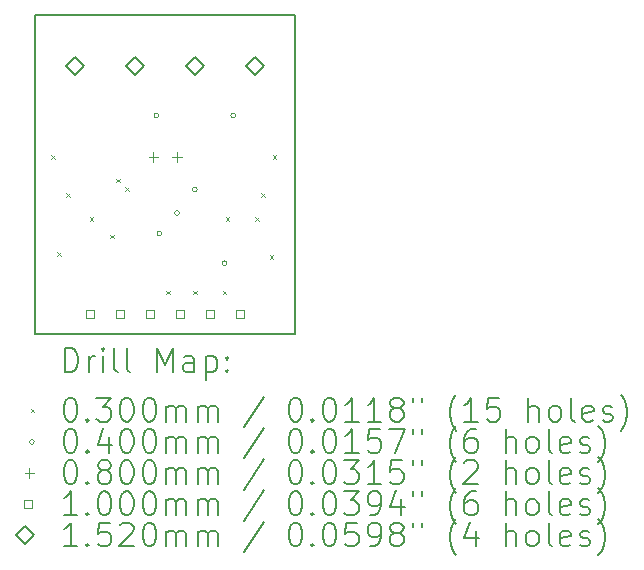
<source format=gbr>
%TF.GenerationSoftware,KiCad,Pcbnew,7.0.10-7.0.10~ubuntu22.04.1*%
%TF.CreationDate,2024-01-16T23:48:33+08:00*%
%TF.ProjectId,EL_oscillator,454c5f6f-7363-4696-9c6c-61746f722e6b,rev?*%
%TF.SameCoordinates,Original*%
%TF.FileFunction,Drillmap*%
%TF.FilePolarity,Positive*%
%FSLAX45Y45*%
G04 Gerber Fmt 4.5, Leading zero omitted, Abs format (unit mm)*
G04 Created by KiCad (PCBNEW 7.0.10-7.0.10~ubuntu22.04.1) date 2024-01-16 23:48:33*
%MOMM*%
%LPD*%
G01*
G04 APERTURE LIST*
%ADD10C,0.200000*%
%ADD11C,0.100000*%
%ADD12C,0.152000*%
G04 APERTURE END LIST*
D10*
X10000000Y-10000000D02*
X12200000Y-10000000D01*
X12200000Y-12700000D01*
X10000000Y-12700000D01*
X10000000Y-10000000D01*
D11*
X10135000Y-11185000D02*
X10165000Y-11215000D01*
X10165000Y-11185000D02*
X10135000Y-11215000D01*
X10185000Y-12010000D02*
X10215000Y-12040000D01*
X10215000Y-12010000D02*
X10185000Y-12040000D01*
X10260000Y-11510000D02*
X10290000Y-11540000D01*
X10290000Y-11510000D02*
X10260000Y-11540000D01*
X10460000Y-11710000D02*
X10490000Y-11740000D01*
X10490000Y-11710000D02*
X10460000Y-11740000D01*
X10635000Y-11860000D02*
X10665000Y-11890000D01*
X10665000Y-11860000D02*
X10635000Y-11890000D01*
X10685000Y-11385000D02*
X10715000Y-11415000D01*
X10715000Y-11385000D02*
X10685000Y-11415000D01*
X10760000Y-11460000D02*
X10790000Y-11490000D01*
X10790000Y-11460000D02*
X10760000Y-11490000D01*
X11110000Y-12335000D02*
X11140000Y-12365000D01*
X11140000Y-12335000D02*
X11110000Y-12365000D01*
X11335000Y-12335000D02*
X11365000Y-12365000D01*
X11365000Y-12335000D02*
X11335000Y-12365000D01*
X11585000Y-12335000D02*
X11615000Y-12365000D01*
X11615000Y-12335000D02*
X11585000Y-12365000D01*
X11610000Y-11710000D02*
X11640000Y-11740000D01*
X11640000Y-11710000D02*
X11610000Y-11740000D01*
X11860000Y-11710000D02*
X11890000Y-11740000D01*
X11890000Y-11710000D02*
X11860000Y-11740000D01*
X11910000Y-11510000D02*
X11940000Y-11540000D01*
X11940000Y-11510000D02*
X11910000Y-11540000D01*
X11985000Y-12035000D02*
X12015000Y-12065000D01*
X12015000Y-12035000D02*
X11985000Y-12065000D01*
X12010000Y-11185000D02*
X12040000Y-11215000D01*
X12040000Y-11185000D02*
X12010000Y-11215000D01*
X11045000Y-10850000D02*
G75*
G03*
X11005000Y-10850000I-20000J0D01*
G01*
X11005000Y-10850000D02*
G75*
G03*
X11045000Y-10850000I20000J0D01*
G01*
X11070000Y-11850000D02*
G75*
G03*
X11030000Y-11850000I-20000J0D01*
G01*
X11030000Y-11850000D02*
G75*
G03*
X11070000Y-11850000I20000J0D01*
G01*
X11220000Y-11675000D02*
G75*
G03*
X11180000Y-11675000I-20000J0D01*
G01*
X11180000Y-11675000D02*
G75*
G03*
X11220000Y-11675000I20000J0D01*
G01*
X11370000Y-11475000D02*
G75*
G03*
X11330000Y-11475000I-20000J0D01*
G01*
X11330000Y-11475000D02*
G75*
G03*
X11370000Y-11475000I20000J0D01*
G01*
X11620000Y-12100000D02*
G75*
G03*
X11580000Y-12100000I-20000J0D01*
G01*
X11580000Y-12100000D02*
G75*
G03*
X11620000Y-12100000I20000J0D01*
G01*
X11695000Y-10850000D02*
G75*
G03*
X11655000Y-10850000I-20000J0D01*
G01*
X11655000Y-10850000D02*
G75*
G03*
X11695000Y-10850000I20000J0D01*
G01*
X11000000Y-11160000D02*
X11000000Y-11240000D01*
X10960000Y-11200000D02*
X11040000Y-11200000D01*
X11200000Y-11160000D02*
X11200000Y-11240000D01*
X11160000Y-11200000D02*
X11240000Y-11200000D01*
X10500356Y-12565356D02*
X10500356Y-12494644D01*
X10429644Y-12494644D01*
X10429644Y-12565356D01*
X10500356Y-12565356D01*
X10754356Y-12565356D02*
X10754356Y-12494644D01*
X10683644Y-12494644D01*
X10683644Y-12565356D01*
X10754356Y-12565356D01*
X11008356Y-12565356D02*
X11008356Y-12494644D01*
X10937644Y-12494644D01*
X10937644Y-12565356D01*
X11008356Y-12565356D01*
X11262356Y-12565356D02*
X11262356Y-12494644D01*
X11191644Y-12494644D01*
X11191644Y-12565356D01*
X11262356Y-12565356D01*
X11516356Y-12565356D02*
X11516356Y-12494644D01*
X11445644Y-12494644D01*
X11445644Y-12565356D01*
X11516356Y-12565356D01*
X11770356Y-12565356D02*
X11770356Y-12494644D01*
X11699644Y-12494644D01*
X11699644Y-12565356D01*
X11770356Y-12565356D01*
D12*
X10338000Y-10506000D02*
X10414000Y-10430000D01*
X10338000Y-10354000D01*
X10262000Y-10430000D01*
X10338000Y-10506000D01*
X10846000Y-10506000D02*
X10922000Y-10430000D01*
X10846000Y-10354000D01*
X10770000Y-10430000D01*
X10846000Y-10506000D01*
X11354000Y-10506000D02*
X11430000Y-10430000D01*
X11354000Y-10354000D01*
X11278000Y-10430000D01*
X11354000Y-10506000D01*
X11862000Y-10506000D02*
X11938000Y-10430000D01*
X11862000Y-10354000D01*
X11786000Y-10430000D01*
X11862000Y-10506000D01*
D10*
X10250777Y-13021484D02*
X10250777Y-12821484D01*
X10250777Y-12821484D02*
X10298396Y-12821484D01*
X10298396Y-12821484D02*
X10326967Y-12831008D01*
X10326967Y-12831008D02*
X10346015Y-12850055D01*
X10346015Y-12850055D02*
X10355539Y-12869103D01*
X10355539Y-12869103D02*
X10365063Y-12907198D01*
X10365063Y-12907198D02*
X10365063Y-12935769D01*
X10365063Y-12935769D02*
X10355539Y-12973865D01*
X10355539Y-12973865D02*
X10346015Y-12992912D01*
X10346015Y-12992912D02*
X10326967Y-13011960D01*
X10326967Y-13011960D02*
X10298396Y-13021484D01*
X10298396Y-13021484D02*
X10250777Y-13021484D01*
X10450777Y-13021484D02*
X10450777Y-12888150D01*
X10450777Y-12926246D02*
X10460301Y-12907198D01*
X10460301Y-12907198D02*
X10469824Y-12897674D01*
X10469824Y-12897674D02*
X10488872Y-12888150D01*
X10488872Y-12888150D02*
X10507920Y-12888150D01*
X10574586Y-13021484D02*
X10574586Y-12888150D01*
X10574586Y-12821484D02*
X10565063Y-12831008D01*
X10565063Y-12831008D02*
X10574586Y-12840531D01*
X10574586Y-12840531D02*
X10584110Y-12831008D01*
X10584110Y-12831008D02*
X10574586Y-12821484D01*
X10574586Y-12821484D02*
X10574586Y-12840531D01*
X10698396Y-13021484D02*
X10679348Y-13011960D01*
X10679348Y-13011960D02*
X10669824Y-12992912D01*
X10669824Y-12992912D02*
X10669824Y-12821484D01*
X10803158Y-13021484D02*
X10784110Y-13011960D01*
X10784110Y-13011960D02*
X10774586Y-12992912D01*
X10774586Y-12992912D02*
X10774586Y-12821484D01*
X11031729Y-13021484D02*
X11031729Y-12821484D01*
X11031729Y-12821484D02*
X11098396Y-12964341D01*
X11098396Y-12964341D02*
X11165063Y-12821484D01*
X11165063Y-12821484D02*
X11165063Y-13021484D01*
X11346015Y-13021484D02*
X11346015Y-12916722D01*
X11346015Y-12916722D02*
X11336491Y-12897674D01*
X11336491Y-12897674D02*
X11317443Y-12888150D01*
X11317443Y-12888150D02*
X11279348Y-12888150D01*
X11279348Y-12888150D02*
X11260301Y-12897674D01*
X11346015Y-13011960D02*
X11326967Y-13021484D01*
X11326967Y-13021484D02*
X11279348Y-13021484D01*
X11279348Y-13021484D02*
X11260301Y-13011960D01*
X11260301Y-13011960D02*
X11250777Y-12992912D01*
X11250777Y-12992912D02*
X11250777Y-12973865D01*
X11250777Y-12973865D02*
X11260301Y-12954817D01*
X11260301Y-12954817D02*
X11279348Y-12945293D01*
X11279348Y-12945293D02*
X11326967Y-12945293D01*
X11326967Y-12945293D02*
X11346015Y-12935769D01*
X11441253Y-12888150D02*
X11441253Y-13088150D01*
X11441253Y-12897674D02*
X11460301Y-12888150D01*
X11460301Y-12888150D02*
X11498396Y-12888150D01*
X11498396Y-12888150D02*
X11517443Y-12897674D01*
X11517443Y-12897674D02*
X11526967Y-12907198D01*
X11526967Y-12907198D02*
X11536491Y-12926246D01*
X11536491Y-12926246D02*
X11536491Y-12983388D01*
X11536491Y-12983388D02*
X11526967Y-13002436D01*
X11526967Y-13002436D02*
X11517443Y-13011960D01*
X11517443Y-13011960D02*
X11498396Y-13021484D01*
X11498396Y-13021484D02*
X11460301Y-13021484D01*
X11460301Y-13021484D02*
X11441253Y-13011960D01*
X11622205Y-13002436D02*
X11631729Y-13011960D01*
X11631729Y-13011960D02*
X11622205Y-13021484D01*
X11622205Y-13021484D02*
X11612682Y-13011960D01*
X11612682Y-13011960D02*
X11622205Y-13002436D01*
X11622205Y-13002436D02*
X11622205Y-13021484D01*
X11622205Y-12897674D02*
X11631729Y-12907198D01*
X11631729Y-12907198D02*
X11622205Y-12916722D01*
X11622205Y-12916722D02*
X11612682Y-12907198D01*
X11612682Y-12907198D02*
X11622205Y-12897674D01*
X11622205Y-12897674D02*
X11622205Y-12916722D01*
D11*
X9960000Y-13335000D02*
X9990000Y-13365000D01*
X9990000Y-13335000D02*
X9960000Y-13365000D01*
D10*
X10288872Y-13241484D02*
X10307920Y-13241484D01*
X10307920Y-13241484D02*
X10326967Y-13251008D01*
X10326967Y-13251008D02*
X10336491Y-13260531D01*
X10336491Y-13260531D02*
X10346015Y-13279579D01*
X10346015Y-13279579D02*
X10355539Y-13317674D01*
X10355539Y-13317674D02*
X10355539Y-13365293D01*
X10355539Y-13365293D02*
X10346015Y-13403388D01*
X10346015Y-13403388D02*
X10336491Y-13422436D01*
X10336491Y-13422436D02*
X10326967Y-13431960D01*
X10326967Y-13431960D02*
X10307920Y-13441484D01*
X10307920Y-13441484D02*
X10288872Y-13441484D01*
X10288872Y-13441484D02*
X10269824Y-13431960D01*
X10269824Y-13431960D02*
X10260301Y-13422436D01*
X10260301Y-13422436D02*
X10250777Y-13403388D01*
X10250777Y-13403388D02*
X10241253Y-13365293D01*
X10241253Y-13365293D02*
X10241253Y-13317674D01*
X10241253Y-13317674D02*
X10250777Y-13279579D01*
X10250777Y-13279579D02*
X10260301Y-13260531D01*
X10260301Y-13260531D02*
X10269824Y-13251008D01*
X10269824Y-13251008D02*
X10288872Y-13241484D01*
X10441253Y-13422436D02*
X10450777Y-13431960D01*
X10450777Y-13431960D02*
X10441253Y-13441484D01*
X10441253Y-13441484D02*
X10431729Y-13431960D01*
X10431729Y-13431960D02*
X10441253Y-13422436D01*
X10441253Y-13422436D02*
X10441253Y-13441484D01*
X10517444Y-13241484D02*
X10641253Y-13241484D01*
X10641253Y-13241484D02*
X10574586Y-13317674D01*
X10574586Y-13317674D02*
X10603158Y-13317674D01*
X10603158Y-13317674D02*
X10622205Y-13327198D01*
X10622205Y-13327198D02*
X10631729Y-13336722D01*
X10631729Y-13336722D02*
X10641253Y-13355769D01*
X10641253Y-13355769D02*
X10641253Y-13403388D01*
X10641253Y-13403388D02*
X10631729Y-13422436D01*
X10631729Y-13422436D02*
X10622205Y-13431960D01*
X10622205Y-13431960D02*
X10603158Y-13441484D01*
X10603158Y-13441484D02*
X10546015Y-13441484D01*
X10546015Y-13441484D02*
X10526967Y-13431960D01*
X10526967Y-13431960D02*
X10517444Y-13422436D01*
X10765063Y-13241484D02*
X10784110Y-13241484D01*
X10784110Y-13241484D02*
X10803158Y-13251008D01*
X10803158Y-13251008D02*
X10812682Y-13260531D01*
X10812682Y-13260531D02*
X10822205Y-13279579D01*
X10822205Y-13279579D02*
X10831729Y-13317674D01*
X10831729Y-13317674D02*
X10831729Y-13365293D01*
X10831729Y-13365293D02*
X10822205Y-13403388D01*
X10822205Y-13403388D02*
X10812682Y-13422436D01*
X10812682Y-13422436D02*
X10803158Y-13431960D01*
X10803158Y-13431960D02*
X10784110Y-13441484D01*
X10784110Y-13441484D02*
X10765063Y-13441484D01*
X10765063Y-13441484D02*
X10746015Y-13431960D01*
X10746015Y-13431960D02*
X10736491Y-13422436D01*
X10736491Y-13422436D02*
X10726967Y-13403388D01*
X10726967Y-13403388D02*
X10717444Y-13365293D01*
X10717444Y-13365293D02*
X10717444Y-13317674D01*
X10717444Y-13317674D02*
X10726967Y-13279579D01*
X10726967Y-13279579D02*
X10736491Y-13260531D01*
X10736491Y-13260531D02*
X10746015Y-13251008D01*
X10746015Y-13251008D02*
X10765063Y-13241484D01*
X10955539Y-13241484D02*
X10974586Y-13241484D01*
X10974586Y-13241484D02*
X10993634Y-13251008D01*
X10993634Y-13251008D02*
X11003158Y-13260531D01*
X11003158Y-13260531D02*
X11012682Y-13279579D01*
X11012682Y-13279579D02*
X11022205Y-13317674D01*
X11022205Y-13317674D02*
X11022205Y-13365293D01*
X11022205Y-13365293D02*
X11012682Y-13403388D01*
X11012682Y-13403388D02*
X11003158Y-13422436D01*
X11003158Y-13422436D02*
X10993634Y-13431960D01*
X10993634Y-13431960D02*
X10974586Y-13441484D01*
X10974586Y-13441484D02*
X10955539Y-13441484D01*
X10955539Y-13441484D02*
X10936491Y-13431960D01*
X10936491Y-13431960D02*
X10926967Y-13422436D01*
X10926967Y-13422436D02*
X10917444Y-13403388D01*
X10917444Y-13403388D02*
X10907920Y-13365293D01*
X10907920Y-13365293D02*
X10907920Y-13317674D01*
X10907920Y-13317674D02*
X10917444Y-13279579D01*
X10917444Y-13279579D02*
X10926967Y-13260531D01*
X10926967Y-13260531D02*
X10936491Y-13251008D01*
X10936491Y-13251008D02*
X10955539Y-13241484D01*
X11107920Y-13441484D02*
X11107920Y-13308150D01*
X11107920Y-13327198D02*
X11117444Y-13317674D01*
X11117444Y-13317674D02*
X11136491Y-13308150D01*
X11136491Y-13308150D02*
X11165063Y-13308150D01*
X11165063Y-13308150D02*
X11184110Y-13317674D01*
X11184110Y-13317674D02*
X11193634Y-13336722D01*
X11193634Y-13336722D02*
X11193634Y-13441484D01*
X11193634Y-13336722D02*
X11203158Y-13317674D01*
X11203158Y-13317674D02*
X11222205Y-13308150D01*
X11222205Y-13308150D02*
X11250777Y-13308150D01*
X11250777Y-13308150D02*
X11269824Y-13317674D01*
X11269824Y-13317674D02*
X11279348Y-13336722D01*
X11279348Y-13336722D02*
X11279348Y-13441484D01*
X11374586Y-13441484D02*
X11374586Y-13308150D01*
X11374586Y-13327198D02*
X11384110Y-13317674D01*
X11384110Y-13317674D02*
X11403158Y-13308150D01*
X11403158Y-13308150D02*
X11431729Y-13308150D01*
X11431729Y-13308150D02*
X11450777Y-13317674D01*
X11450777Y-13317674D02*
X11460301Y-13336722D01*
X11460301Y-13336722D02*
X11460301Y-13441484D01*
X11460301Y-13336722D02*
X11469824Y-13317674D01*
X11469824Y-13317674D02*
X11488872Y-13308150D01*
X11488872Y-13308150D02*
X11517443Y-13308150D01*
X11517443Y-13308150D02*
X11536491Y-13317674D01*
X11536491Y-13317674D02*
X11546015Y-13336722D01*
X11546015Y-13336722D02*
X11546015Y-13441484D01*
X11936491Y-13231960D02*
X11765063Y-13489103D01*
X12193634Y-13241484D02*
X12212682Y-13241484D01*
X12212682Y-13241484D02*
X12231729Y-13251008D01*
X12231729Y-13251008D02*
X12241253Y-13260531D01*
X12241253Y-13260531D02*
X12250777Y-13279579D01*
X12250777Y-13279579D02*
X12260301Y-13317674D01*
X12260301Y-13317674D02*
X12260301Y-13365293D01*
X12260301Y-13365293D02*
X12250777Y-13403388D01*
X12250777Y-13403388D02*
X12241253Y-13422436D01*
X12241253Y-13422436D02*
X12231729Y-13431960D01*
X12231729Y-13431960D02*
X12212682Y-13441484D01*
X12212682Y-13441484D02*
X12193634Y-13441484D01*
X12193634Y-13441484D02*
X12174586Y-13431960D01*
X12174586Y-13431960D02*
X12165063Y-13422436D01*
X12165063Y-13422436D02*
X12155539Y-13403388D01*
X12155539Y-13403388D02*
X12146015Y-13365293D01*
X12146015Y-13365293D02*
X12146015Y-13317674D01*
X12146015Y-13317674D02*
X12155539Y-13279579D01*
X12155539Y-13279579D02*
X12165063Y-13260531D01*
X12165063Y-13260531D02*
X12174586Y-13251008D01*
X12174586Y-13251008D02*
X12193634Y-13241484D01*
X12346015Y-13422436D02*
X12355539Y-13431960D01*
X12355539Y-13431960D02*
X12346015Y-13441484D01*
X12346015Y-13441484D02*
X12336491Y-13431960D01*
X12336491Y-13431960D02*
X12346015Y-13422436D01*
X12346015Y-13422436D02*
X12346015Y-13441484D01*
X12479348Y-13241484D02*
X12498396Y-13241484D01*
X12498396Y-13241484D02*
X12517444Y-13251008D01*
X12517444Y-13251008D02*
X12526967Y-13260531D01*
X12526967Y-13260531D02*
X12536491Y-13279579D01*
X12536491Y-13279579D02*
X12546015Y-13317674D01*
X12546015Y-13317674D02*
X12546015Y-13365293D01*
X12546015Y-13365293D02*
X12536491Y-13403388D01*
X12536491Y-13403388D02*
X12526967Y-13422436D01*
X12526967Y-13422436D02*
X12517444Y-13431960D01*
X12517444Y-13431960D02*
X12498396Y-13441484D01*
X12498396Y-13441484D02*
X12479348Y-13441484D01*
X12479348Y-13441484D02*
X12460301Y-13431960D01*
X12460301Y-13431960D02*
X12450777Y-13422436D01*
X12450777Y-13422436D02*
X12441253Y-13403388D01*
X12441253Y-13403388D02*
X12431729Y-13365293D01*
X12431729Y-13365293D02*
X12431729Y-13317674D01*
X12431729Y-13317674D02*
X12441253Y-13279579D01*
X12441253Y-13279579D02*
X12450777Y-13260531D01*
X12450777Y-13260531D02*
X12460301Y-13251008D01*
X12460301Y-13251008D02*
X12479348Y-13241484D01*
X12736491Y-13441484D02*
X12622206Y-13441484D01*
X12679348Y-13441484D02*
X12679348Y-13241484D01*
X12679348Y-13241484D02*
X12660301Y-13270055D01*
X12660301Y-13270055D02*
X12641253Y-13289103D01*
X12641253Y-13289103D02*
X12622206Y-13298627D01*
X12926967Y-13441484D02*
X12812682Y-13441484D01*
X12869825Y-13441484D02*
X12869825Y-13241484D01*
X12869825Y-13241484D02*
X12850777Y-13270055D01*
X12850777Y-13270055D02*
X12831729Y-13289103D01*
X12831729Y-13289103D02*
X12812682Y-13298627D01*
X13041253Y-13327198D02*
X13022206Y-13317674D01*
X13022206Y-13317674D02*
X13012682Y-13308150D01*
X13012682Y-13308150D02*
X13003158Y-13289103D01*
X13003158Y-13289103D02*
X13003158Y-13279579D01*
X13003158Y-13279579D02*
X13012682Y-13260531D01*
X13012682Y-13260531D02*
X13022206Y-13251008D01*
X13022206Y-13251008D02*
X13041253Y-13241484D01*
X13041253Y-13241484D02*
X13079348Y-13241484D01*
X13079348Y-13241484D02*
X13098396Y-13251008D01*
X13098396Y-13251008D02*
X13107920Y-13260531D01*
X13107920Y-13260531D02*
X13117444Y-13279579D01*
X13117444Y-13279579D02*
X13117444Y-13289103D01*
X13117444Y-13289103D02*
X13107920Y-13308150D01*
X13107920Y-13308150D02*
X13098396Y-13317674D01*
X13098396Y-13317674D02*
X13079348Y-13327198D01*
X13079348Y-13327198D02*
X13041253Y-13327198D01*
X13041253Y-13327198D02*
X13022206Y-13336722D01*
X13022206Y-13336722D02*
X13012682Y-13346246D01*
X13012682Y-13346246D02*
X13003158Y-13365293D01*
X13003158Y-13365293D02*
X13003158Y-13403388D01*
X13003158Y-13403388D02*
X13012682Y-13422436D01*
X13012682Y-13422436D02*
X13022206Y-13431960D01*
X13022206Y-13431960D02*
X13041253Y-13441484D01*
X13041253Y-13441484D02*
X13079348Y-13441484D01*
X13079348Y-13441484D02*
X13098396Y-13431960D01*
X13098396Y-13431960D02*
X13107920Y-13422436D01*
X13107920Y-13422436D02*
X13117444Y-13403388D01*
X13117444Y-13403388D02*
X13117444Y-13365293D01*
X13117444Y-13365293D02*
X13107920Y-13346246D01*
X13107920Y-13346246D02*
X13098396Y-13336722D01*
X13098396Y-13336722D02*
X13079348Y-13327198D01*
X13193634Y-13241484D02*
X13193634Y-13279579D01*
X13269825Y-13241484D02*
X13269825Y-13279579D01*
X13565063Y-13517674D02*
X13555539Y-13508150D01*
X13555539Y-13508150D02*
X13536491Y-13479579D01*
X13536491Y-13479579D02*
X13526968Y-13460531D01*
X13526968Y-13460531D02*
X13517444Y-13431960D01*
X13517444Y-13431960D02*
X13507920Y-13384341D01*
X13507920Y-13384341D02*
X13507920Y-13346246D01*
X13507920Y-13346246D02*
X13517444Y-13298627D01*
X13517444Y-13298627D02*
X13526968Y-13270055D01*
X13526968Y-13270055D02*
X13536491Y-13251008D01*
X13536491Y-13251008D02*
X13555539Y-13222436D01*
X13555539Y-13222436D02*
X13565063Y-13212912D01*
X13746015Y-13441484D02*
X13631729Y-13441484D01*
X13688872Y-13441484D02*
X13688872Y-13241484D01*
X13688872Y-13241484D02*
X13669825Y-13270055D01*
X13669825Y-13270055D02*
X13650777Y-13289103D01*
X13650777Y-13289103D02*
X13631729Y-13298627D01*
X13926968Y-13241484D02*
X13831729Y-13241484D01*
X13831729Y-13241484D02*
X13822206Y-13336722D01*
X13822206Y-13336722D02*
X13831729Y-13327198D01*
X13831729Y-13327198D02*
X13850777Y-13317674D01*
X13850777Y-13317674D02*
X13898396Y-13317674D01*
X13898396Y-13317674D02*
X13917444Y-13327198D01*
X13917444Y-13327198D02*
X13926968Y-13336722D01*
X13926968Y-13336722D02*
X13936491Y-13355769D01*
X13936491Y-13355769D02*
X13936491Y-13403388D01*
X13936491Y-13403388D02*
X13926968Y-13422436D01*
X13926968Y-13422436D02*
X13917444Y-13431960D01*
X13917444Y-13431960D02*
X13898396Y-13441484D01*
X13898396Y-13441484D02*
X13850777Y-13441484D01*
X13850777Y-13441484D02*
X13831729Y-13431960D01*
X13831729Y-13431960D02*
X13822206Y-13422436D01*
X14174587Y-13441484D02*
X14174587Y-13241484D01*
X14260301Y-13441484D02*
X14260301Y-13336722D01*
X14260301Y-13336722D02*
X14250777Y-13317674D01*
X14250777Y-13317674D02*
X14231730Y-13308150D01*
X14231730Y-13308150D02*
X14203158Y-13308150D01*
X14203158Y-13308150D02*
X14184110Y-13317674D01*
X14184110Y-13317674D02*
X14174587Y-13327198D01*
X14384110Y-13441484D02*
X14365063Y-13431960D01*
X14365063Y-13431960D02*
X14355539Y-13422436D01*
X14355539Y-13422436D02*
X14346015Y-13403388D01*
X14346015Y-13403388D02*
X14346015Y-13346246D01*
X14346015Y-13346246D02*
X14355539Y-13327198D01*
X14355539Y-13327198D02*
X14365063Y-13317674D01*
X14365063Y-13317674D02*
X14384110Y-13308150D01*
X14384110Y-13308150D02*
X14412682Y-13308150D01*
X14412682Y-13308150D02*
X14431730Y-13317674D01*
X14431730Y-13317674D02*
X14441253Y-13327198D01*
X14441253Y-13327198D02*
X14450777Y-13346246D01*
X14450777Y-13346246D02*
X14450777Y-13403388D01*
X14450777Y-13403388D02*
X14441253Y-13422436D01*
X14441253Y-13422436D02*
X14431730Y-13431960D01*
X14431730Y-13431960D02*
X14412682Y-13441484D01*
X14412682Y-13441484D02*
X14384110Y-13441484D01*
X14565063Y-13441484D02*
X14546015Y-13431960D01*
X14546015Y-13431960D02*
X14536491Y-13412912D01*
X14536491Y-13412912D02*
X14536491Y-13241484D01*
X14717444Y-13431960D02*
X14698396Y-13441484D01*
X14698396Y-13441484D02*
X14660301Y-13441484D01*
X14660301Y-13441484D02*
X14641253Y-13431960D01*
X14641253Y-13431960D02*
X14631730Y-13412912D01*
X14631730Y-13412912D02*
X14631730Y-13336722D01*
X14631730Y-13336722D02*
X14641253Y-13317674D01*
X14641253Y-13317674D02*
X14660301Y-13308150D01*
X14660301Y-13308150D02*
X14698396Y-13308150D01*
X14698396Y-13308150D02*
X14717444Y-13317674D01*
X14717444Y-13317674D02*
X14726968Y-13336722D01*
X14726968Y-13336722D02*
X14726968Y-13355769D01*
X14726968Y-13355769D02*
X14631730Y-13374817D01*
X14803158Y-13431960D02*
X14822206Y-13441484D01*
X14822206Y-13441484D02*
X14860301Y-13441484D01*
X14860301Y-13441484D02*
X14879349Y-13431960D01*
X14879349Y-13431960D02*
X14888872Y-13412912D01*
X14888872Y-13412912D02*
X14888872Y-13403388D01*
X14888872Y-13403388D02*
X14879349Y-13384341D01*
X14879349Y-13384341D02*
X14860301Y-13374817D01*
X14860301Y-13374817D02*
X14831730Y-13374817D01*
X14831730Y-13374817D02*
X14812682Y-13365293D01*
X14812682Y-13365293D02*
X14803158Y-13346246D01*
X14803158Y-13346246D02*
X14803158Y-13336722D01*
X14803158Y-13336722D02*
X14812682Y-13317674D01*
X14812682Y-13317674D02*
X14831730Y-13308150D01*
X14831730Y-13308150D02*
X14860301Y-13308150D01*
X14860301Y-13308150D02*
X14879349Y-13317674D01*
X14955539Y-13517674D02*
X14965063Y-13508150D01*
X14965063Y-13508150D02*
X14984111Y-13479579D01*
X14984111Y-13479579D02*
X14993634Y-13460531D01*
X14993634Y-13460531D02*
X15003158Y-13431960D01*
X15003158Y-13431960D02*
X15012682Y-13384341D01*
X15012682Y-13384341D02*
X15012682Y-13346246D01*
X15012682Y-13346246D02*
X15003158Y-13298627D01*
X15003158Y-13298627D02*
X14993634Y-13270055D01*
X14993634Y-13270055D02*
X14984111Y-13251008D01*
X14984111Y-13251008D02*
X14965063Y-13222436D01*
X14965063Y-13222436D02*
X14955539Y-13212912D01*
D11*
X9990000Y-13614000D02*
G75*
G03*
X9950000Y-13614000I-20000J0D01*
G01*
X9950000Y-13614000D02*
G75*
G03*
X9990000Y-13614000I20000J0D01*
G01*
D10*
X10288872Y-13505484D02*
X10307920Y-13505484D01*
X10307920Y-13505484D02*
X10326967Y-13515008D01*
X10326967Y-13515008D02*
X10336491Y-13524531D01*
X10336491Y-13524531D02*
X10346015Y-13543579D01*
X10346015Y-13543579D02*
X10355539Y-13581674D01*
X10355539Y-13581674D02*
X10355539Y-13629293D01*
X10355539Y-13629293D02*
X10346015Y-13667388D01*
X10346015Y-13667388D02*
X10336491Y-13686436D01*
X10336491Y-13686436D02*
X10326967Y-13695960D01*
X10326967Y-13695960D02*
X10307920Y-13705484D01*
X10307920Y-13705484D02*
X10288872Y-13705484D01*
X10288872Y-13705484D02*
X10269824Y-13695960D01*
X10269824Y-13695960D02*
X10260301Y-13686436D01*
X10260301Y-13686436D02*
X10250777Y-13667388D01*
X10250777Y-13667388D02*
X10241253Y-13629293D01*
X10241253Y-13629293D02*
X10241253Y-13581674D01*
X10241253Y-13581674D02*
X10250777Y-13543579D01*
X10250777Y-13543579D02*
X10260301Y-13524531D01*
X10260301Y-13524531D02*
X10269824Y-13515008D01*
X10269824Y-13515008D02*
X10288872Y-13505484D01*
X10441253Y-13686436D02*
X10450777Y-13695960D01*
X10450777Y-13695960D02*
X10441253Y-13705484D01*
X10441253Y-13705484D02*
X10431729Y-13695960D01*
X10431729Y-13695960D02*
X10441253Y-13686436D01*
X10441253Y-13686436D02*
X10441253Y-13705484D01*
X10622205Y-13572150D02*
X10622205Y-13705484D01*
X10574586Y-13495960D02*
X10526967Y-13638817D01*
X10526967Y-13638817D02*
X10650777Y-13638817D01*
X10765063Y-13505484D02*
X10784110Y-13505484D01*
X10784110Y-13505484D02*
X10803158Y-13515008D01*
X10803158Y-13515008D02*
X10812682Y-13524531D01*
X10812682Y-13524531D02*
X10822205Y-13543579D01*
X10822205Y-13543579D02*
X10831729Y-13581674D01*
X10831729Y-13581674D02*
X10831729Y-13629293D01*
X10831729Y-13629293D02*
X10822205Y-13667388D01*
X10822205Y-13667388D02*
X10812682Y-13686436D01*
X10812682Y-13686436D02*
X10803158Y-13695960D01*
X10803158Y-13695960D02*
X10784110Y-13705484D01*
X10784110Y-13705484D02*
X10765063Y-13705484D01*
X10765063Y-13705484D02*
X10746015Y-13695960D01*
X10746015Y-13695960D02*
X10736491Y-13686436D01*
X10736491Y-13686436D02*
X10726967Y-13667388D01*
X10726967Y-13667388D02*
X10717444Y-13629293D01*
X10717444Y-13629293D02*
X10717444Y-13581674D01*
X10717444Y-13581674D02*
X10726967Y-13543579D01*
X10726967Y-13543579D02*
X10736491Y-13524531D01*
X10736491Y-13524531D02*
X10746015Y-13515008D01*
X10746015Y-13515008D02*
X10765063Y-13505484D01*
X10955539Y-13505484D02*
X10974586Y-13505484D01*
X10974586Y-13505484D02*
X10993634Y-13515008D01*
X10993634Y-13515008D02*
X11003158Y-13524531D01*
X11003158Y-13524531D02*
X11012682Y-13543579D01*
X11012682Y-13543579D02*
X11022205Y-13581674D01*
X11022205Y-13581674D02*
X11022205Y-13629293D01*
X11022205Y-13629293D02*
X11012682Y-13667388D01*
X11012682Y-13667388D02*
X11003158Y-13686436D01*
X11003158Y-13686436D02*
X10993634Y-13695960D01*
X10993634Y-13695960D02*
X10974586Y-13705484D01*
X10974586Y-13705484D02*
X10955539Y-13705484D01*
X10955539Y-13705484D02*
X10936491Y-13695960D01*
X10936491Y-13695960D02*
X10926967Y-13686436D01*
X10926967Y-13686436D02*
X10917444Y-13667388D01*
X10917444Y-13667388D02*
X10907920Y-13629293D01*
X10907920Y-13629293D02*
X10907920Y-13581674D01*
X10907920Y-13581674D02*
X10917444Y-13543579D01*
X10917444Y-13543579D02*
X10926967Y-13524531D01*
X10926967Y-13524531D02*
X10936491Y-13515008D01*
X10936491Y-13515008D02*
X10955539Y-13505484D01*
X11107920Y-13705484D02*
X11107920Y-13572150D01*
X11107920Y-13591198D02*
X11117444Y-13581674D01*
X11117444Y-13581674D02*
X11136491Y-13572150D01*
X11136491Y-13572150D02*
X11165063Y-13572150D01*
X11165063Y-13572150D02*
X11184110Y-13581674D01*
X11184110Y-13581674D02*
X11193634Y-13600722D01*
X11193634Y-13600722D02*
X11193634Y-13705484D01*
X11193634Y-13600722D02*
X11203158Y-13581674D01*
X11203158Y-13581674D02*
X11222205Y-13572150D01*
X11222205Y-13572150D02*
X11250777Y-13572150D01*
X11250777Y-13572150D02*
X11269824Y-13581674D01*
X11269824Y-13581674D02*
X11279348Y-13600722D01*
X11279348Y-13600722D02*
X11279348Y-13705484D01*
X11374586Y-13705484D02*
X11374586Y-13572150D01*
X11374586Y-13591198D02*
X11384110Y-13581674D01*
X11384110Y-13581674D02*
X11403158Y-13572150D01*
X11403158Y-13572150D02*
X11431729Y-13572150D01*
X11431729Y-13572150D02*
X11450777Y-13581674D01*
X11450777Y-13581674D02*
X11460301Y-13600722D01*
X11460301Y-13600722D02*
X11460301Y-13705484D01*
X11460301Y-13600722D02*
X11469824Y-13581674D01*
X11469824Y-13581674D02*
X11488872Y-13572150D01*
X11488872Y-13572150D02*
X11517443Y-13572150D01*
X11517443Y-13572150D02*
X11536491Y-13581674D01*
X11536491Y-13581674D02*
X11546015Y-13600722D01*
X11546015Y-13600722D02*
X11546015Y-13705484D01*
X11936491Y-13495960D02*
X11765063Y-13753103D01*
X12193634Y-13505484D02*
X12212682Y-13505484D01*
X12212682Y-13505484D02*
X12231729Y-13515008D01*
X12231729Y-13515008D02*
X12241253Y-13524531D01*
X12241253Y-13524531D02*
X12250777Y-13543579D01*
X12250777Y-13543579D02*
X12260301Y-13581674D01*
X12260301Y-13581674D02*
X12260301Y-13629293D01*
X12260301Y-13629293D02*
X12250777Y-13667388D01*
X12250777Y-13667388D02*
X12241253Y-13686436D01*
X12241253Y-13686436D02*
X12231729Y-13695960D01*
X12231729Y-13695960D02*
X12212682Y-13705484D01*
X12212682Y-13705484D02*
X12193634Y-13705484D01*
X12193634Y-13705484D02*
X12174586Y-13695960D01*
X12174586Y-13695960D02*
X12165063Y-13686436D01*
X12165063Y-13686436D02*
X12155539Y-13667388D01*
X12155539Y-13667388D02*
X12146015Y-13629293D01*
X12146015Y-13629293D02*
X12146015Y-13581674D01*
X12146015Y-13581674D02*
X12155539Y-13543579D01*
X12155539Y-13543579D02*
X12165063Y-13524531D01*
X12165063Y-13524531D02*
X12174586Y-13515008D01*
X12174586Y-13515008D02*
X12193634Y-13505484D01*
X12346015Y-13686436D02*
X12355539Y-13695960D01*
X12355539Y-13695960D02*
X12346015Y-13705484D01*
X12346015Y-13705484D02*
X12336491Y-13695960D01*
X12336491Y-13695960D02*
X12346015Y-13686436D01*
X12346015Y-13686436D02*
X12346015Y-13705484D01*
X12479348Y-13505484D02*
X12498396Y-13505484D01*
X12498396Y-13505484D02*
X12517444Y-13515008D01*
X12517444Y-13515008D02*
X12526967Y-13524531D01*
X12526967Y-13524531D02*
X12536491Y-13543579D01*
X12536491Y-13543579D02*
X12546015Y-13581674D01*
X12546015Y-13581674D02*
X12546015Y-13629293D01*
X12546015Y-13629293D02*
X12536491Y-13667388D01*
X12536491Y-13667388D02*
X12526967Y-13686436D01*
X12526967Y-13686436D02*
X12517444Y-13695960D01*
X12517444Y-13695960D02*
X12498396Y-13705484D01*
X12498396Y-13705484D02*
X12479348Y-13705484D01*
X12479348Y-13705484D02*
X12460301Y-13695960D01*
X12460301Y-13695960D02*
X12450777Y-13686436D01*
X12450777Y-13686436D02*
X12441253Y-13667388D01*
X12441253Y-13667388D02*
X12431729Y-13629293D01*
X12431729Y-13629293D02*
X12431729Y-13581674D01*
X12431729Y-13581674D02*
X12441253Y-13543579D01*
X12441253Y-13543579D02*
X12450777Y-13524531D01*
X12450777Y-13524531D02*
X12460301Y-13515008D01*
X12460301Y-13515008D02*
X12479348Y-13505484D01*
X12736491Y-13705484D02*
X12622206Y-13705484D01*
X12679348Y-13705484D02*
X12679348Y-13505484D01*
X12679348Y-13505484D02*
X12660301Y-13534055D01*
X12660301Y-13534055D02*
X12641253Y-13553103D01*
X12641253Y-13553103D02*
X12622206Y-13562627D01*
X12917444Y-13505484D02*
X12822206Y-13505484D01*
X12822206Y-13505484D02*
X12812682Y-13600722D01*
X12812682Y-13600722D02*
X12822206Y-13591198D01*
X12822206Y-13591198D02*
X12841253Y-13581674D01*
X12841253Y-13581674D02*
X12888872Y-13581674D01*
X12888872Y-13581674D02*
X12907920Y-13591198D01*
X12907920Y-13591198D02*
X12917444Y-13600722D01*
X12917444Y-13600722D02*
X12926967Y-13619769D01*
X12926967Y-13619769D02*
X12926967Y-13667388D01*
X12926967Y-13667388D02*
X12917444Y-13686436D01*
X12917444Y-13686436D02*
X12907920Y-13695960D01*
X12907920Y-13695960D02*
X12888872Y-13705484D01*
X12888872Y-13705484D02*
X12841253Y-13705484D01*
X12841253Y-13705484D02*
X12822206Y-13695960D01*
X12822206Y-13695960D02*
X12812682Y-13686436D01*
X12993634Y-13505484D02*
X13126967Y-13505484D01*
X13126967Y-13505484D02*
X13041253Y-13705484D01*
X13193634Y-13505484D02*
X13193634Y-13543579D01*
X13269825Y-13505484D02*
X13269825Y-13543579D01*
X13565063Y-13781674D02*
X13555539Y-13772150D01*
X13555539Y-13772150D02*
X13536491Y-13743579D01*
X13536491Y-13743579D02*
X13526968Y-13724531D01*
X13526968Y-13724531D02*
X13517444Y-13695960D01*
X13517444Y-13695960D02*
X13507920Y-13648341D01*
X13507920Y-13648341D02*
X13507920Y-13610246D01*
X13507920Y-13610246D02*
X13517444Y-13562627D01*
X13517444Y-13562627D02*
X13526968Y-13534055D01*
X13526968Y-13534055D02*
X13536491Y-13515008D01*
X13536491Y-13515008D02*
X13555539Y-13486436D01*
X13555539Y-13486436D02*
X13565063Y-13476912D01*
X13726968Y-13505484D02*
X13688872Y-13505484D01*
X13688872Y-13505484D02*
X13669825Y-13515008D01*
X13669825Y-13515008D02*
X13660301Y-13524531D01*
X13660301Y-13524531D02*
X13641253Y-13553103D01*
X13641253Y-13553103D02*
X13631729Y-13591198D01*
X13631729Y-13591198D02*
X13631729Y-13667388D01*
X13631729Y-13667388D02*
X13641253Y-13686436D01*
X13641253Y-13686436D02*
X13650777Y-13695960D01*
X13650777Y-13695960D02*
X13669825Y-13705484D01*
X13669825Y-13705484D02*
X13707920Y-13705484D01*
X13707920Y-13705484D02*
X13726968Y-13695960D01*
X13726968Y-13695960D02*
X13736491Y-13686436D01*
X13736491Y-13686436D02*
X13746015Y-13667388D01*
X13746015Y-13667388D02*
X13746015Y-13619769D01*
X13746015Y-13619769D02*
X13736491Y-13600722D01*
X13736491Y-13600722D02*
X13726968Y-13591198D01*
X13726968Y-13591198D02*
X13707920Y-13581674D01*
X13707920Y-13581674D02*
X13669825Y-13581674D01*
X13669825Y-13581674D02*
X13650777Y-13591198D01*
X13650777Y-13591198D02*
X13641253Y-13600722D01*
X13641253Y-13600722D02*
X13631729Y-13619769D01*
X13984110Y-13705484D02*
X13984110Y-13505484D01*
X14069825Y-13705484D02*
X14069825Y-13600722D01*
X14069825Y-13600722D02*
X14060301Y-13581674D01*
X14060301Y-13581674D02*
X14041253Y-13572150D01*
X14041253Y-13572150D02*
X14012682Y-13572150D01*
X14012682Y-13572150D02*
X13993634Y-13581674D01*
X13993634Y-13581674D02*
X13984110Y-13591198D01*
X14193634Y-13705484D02*
X14174587Y-13695960D01*
X14174587Y-13695960D02*
X14165063Y-13686436D01*
X14165063Y-13686436D02*
X14155539Y-13667388D01*
X14155539Y-13667388D02*
X14155539Y-13610246D01*
X14155539Y-13610246D02*
X14165063Y-13591198D01*
X14165063Y-13591198D02*
X14174587Y-13581674D01*
X14174587Y-13581674D02*
X14193634Y-13572150D01*
X14193634Y-13572150D02*
X14222206Y-13572150D01*
X14222206Y-13572150D02*
X14241253Y-13581674D01*
X14241253Y-13581674D02*
X14250777Y-13591198D01*
X14250777Y-13591198D02*
X14260301Y-13610246D01*
X14260301Y-13610246D02*
X14260301Y-13667388D01*
X14260301Y-13667388D02*
X14250777Y-13686436D01*
X14250777Y-13686436D02*
X14241253Y-13695960D01*
X14241253Y-13695960D02*
X14222206Y-13705484D01*
X14222206Y-13705484D02*
X14193634Y-13705484D01*
X14374587Y-13705484D02*
X14355539Y-13695960D01*
X14355539Y-13695960D02*
X14346015Y-13676912D01*
X14346015Y-13676912D02*
X14346015Y-13505484D01*
X14526968Y-13695960D02*
X14507920Y-13705484D01*
X14507920Y-13705484D02*
X14469825Y-13705484D01*
X14469825Y-13705484D02*
X14450777Y-13695960D01*
X14450777Y-13695960D02*
X14441253Y-13676912D01*
X14441253Y-13676912D02*
X14441253Y-13600722D01*
X14441253Y-13600722D02*
X14450777Y-13581674D01*
X14450777Y-13581674D02*
X14469825Y-13572150D01*
X14469825Y-13572150D02*
X14507920Y-13572150D01*
X14507920Y-13572150D02*
X14526968Y-13581674D01*
X14526968Y-13581674D02*
X14536491Y-13600722D01*
X14536491Y-13600722D02*
X14536491Y-13619769D01*
X14536491Y-13619769D02*
X14441253Y-13638817D01*
X14612682Y-13695960D02*
X14631730Y-13705484D01*
X14631730Y-13705484D02*
X14669825Y-13705484D01*
X14669825Y-13705484D02*
X14688872Y-13695960D01*
X14688872Y-13695960D02*
X14698396Y-13676912D01*
X14698396Y-13676912D02*
X14698396Y-13667388D01*
X14698396Y-13667388D02*
X14688872Y-13648341D01*
X14688872Y-13648341D02*
X14669825Y-13638817D01*
X14669825Y-13638817D02*
X14641253Y-13638817D01*
X14641253Y-13638817D02*
X14622206Y-13629293D01*
X14622206Y-13629293D02*
X14612682Y-13610246D01*
X14612682Y-13610246D02*
X14612682Y-13600722D01*
X14612682Y-13600722D02*
X14622206Y-13581674D01*
X14622206Y-13581674D02*
X14641253Y-13572150D01*
X14641253Y-13572150D02*
X14669825Y-13572150D01*
X14669825Y-13572150D02*
X14688872Y-13581674D01*
X14765063Y-13781674D02*
X14774587Y-13772150D01*
X14774587Y-13772150D02*
X14793634Y-13743579D01*
X14793634Y-13743579D02*
X14803158Y-13724531D01*
X14803158Y-13724531D02*
X14812682Y-13695960D01*
X14812682Y-13695960D02*
X14822206Y-13648341D01*
X14822206Y-13648341D02*
X14822206Y-13610246D01*
X14822206Y-13610246D02*
X14812682Y-13562627D01*
X14812682Y-13562627D02*
X14803158Y-13534055D01*
X14803158Y-13534055D02*
X14793634Y-13515008D01*
X14793634Y-13515008D02*
X14774587Y-13486436D01*
X14774587Y-13486436D02*
X14765063Y-13476912D01*
D11*
X9950000Y-13838000D02*
X9950000Y-13918000D01*
X9910000Y-13878000D02*
X9990000Y-13878000D01*
D10*
X10288872Y-13769484D02*
X10307920Y-13769484D01*
X10307920Y-13769484D02*
X10326967Y-13779008D01*
X10326967Y-13779008D02*
X10336491Y-13788531D01*
X10336491Y-13788531D02*
X10346015Y-13807579D01*
X10346015Y-13807579D02*
X10355539Y-13845674D01*
X10355539Y-13845674D02*
X10355539Y-13893293D01*
X10355539Y-13893293D02*
X10346015Y-13931388D01*
X10346015Y-13931388D02*
X10336491Y-13950436D01*
X10336491Y-13950436D02*
X10326967Y-13959960D01*
X10326967Y-13959960D02*
X10307920Y-13969484D01*
X10307920Y-13969484D02*
X10288872Y-13969484D01*
X10288872Y-13969484D02*
X10269824Y-13959960D01*
X10269824Y-13959960D02*
X10260301Y-13950436D01*
X10260301Y-13950436D02*
X10250777Y-13931388D01*
X10250777Y-13931388D02*
X10241253Y-13893293D01*
X10241253Y-13893293D02*
X10241253Y-13845674D01*
X10241253Y-13845674D02*
X10250777Y-13807579D01*
X10250777Y-13807579D02*
X10260301Y-13788531D01*
X10260301Y-13788531D02*
X10269824Y-13779008D01*
X10269824Y-13779008D02*
X10288872Y-13769484D01*
X10441253Y-13950436D02*
X10450777Y-13959960D01*
X10450777Y-13959960D02*
X10441253Y-13969484D01*
X10441253Y-13969484D02*
X10431729Y-13959960D01*
X10431729Y-13959960D02*
X10441253Y-13950436D01*
X10441253Y-13950436D02*
X10441253Y-13969484D01*
X10565063Y-13855198D02*
X10546015Y-13845674D01*
X10546015Y-13845674D02*
X10536491Y-13836150D01*
X10536491Y-13836150D02*
X10526967Y-13817103D01*
X10526967Y-13817103D02*
X10526967Y-13807579D01*
X10526967Y-13807579D02*
X10536491Y-13788531D01*
X10536491Y-13788531D02*
X10546015Y-13779008D01*
X10546015Y-13779008D02*
X10565063Y-13769484D01*
X10565063Y-13769484D02*
X10603158Y-13769484D01*
X10603158Y-13769484D02*
X10622205Y-13779008D01*
X10622205Y-13779008D02*
X10631729Y-13788531D01*
X10631729Y-13788531D02*
X10641253Y-13807579D01*
X10641253Y-13807579D02*
X10641253Y-13817103D01*
X10641253Y-13817103D02*
X10631729Y-13836150D01*
X10631729Y-13836150D02*
X10622205Y-13845674D01*
X10622205Y-13845674D02*
X10603158Y-13855198D01*
X10603158Y-13855198D02*
X10565063Y-13855198D01*
X10565063Y-13855198D02*
X10546015Y-13864722D01*
X10546015Y-13864722D02*
X10536491Y-13874246D01*
X10536491Y-13874246D02*
X10526967Y-13893293D01*
X10526967Y-13893293D02*
X10526967Y-13931388D01*
X10526967Y-13931388D02*
X10536491Y-13950436D01*
X10536491Y-13950436D02*
X10546015Y-13959960D01*
X10546015Y-13959960D02*
X10565063Y-13969484D01*
X10565063Y-13969484D02*
X10603158Y-13969484D01*
X10603158Y-13969484D02*
X10622205Y-13959960D01*
X10622205Y-13959960D02*
X10631729Y-13950436D01*
X10631729Y-13950436D02*
X10641253Y-13931388D01*
X10641253Y-13931388D02*
X10641253Y-13893293D01*
X10641253Y-13893293D02*
X10631729Y-13874246D01*
X10631729Y-13874246D02*
X10622205Y-13864722D01*
X10622205Y-13864722D02*
X10603158Y-13855198D01*
X10765063Y-13769484D02*
X10784110Y-13769484D01*
X10784110Y-13769484D02*
X10803158Y-13779008D01*
X10803158Y-13779008D02*
X10812682Y-13788531D01*
X10812682Y-13788531D02*
X10822205Y-13807579D01*
X10822205Y-13807579D02*
X10831729Y-13845674D01*
X10831729Y-13845674D02*
X10831729Y-13893293D01*
X10831729Y-13893293D02*
X10822205Y-13931388D01*
X10822205Y-13931388D02*
X10812682Y-13950436D01*
X10812682Y-13950436D02*
X10803158Y-13959960D01*
X10803158Y-13959960D02*
X10784110Y-13969484D01*
X10784110Y-13969484D02*
X10765063Y-13969484D01*
X10765063Y-13969484D02*
X10746015Y-13959960D01*
X10746015Y-13959960D02*
X10736491Y-13950436D01*
X10736491Y-13950436D02*
X10726967Y-13931388D01*
X10726967Y-13931388D02*
X10717444Y-13893293D01*
X10717444Y-13893293D02*
X10717444Y-13845674D01*
X10717444Y-13845674D02*
X10726967Y-13807579D01*
X10726967Y-13807579D02*
X10736491Y-13788531D01*
X10736491Y-13788531D02*
X10746015Y-13779008D01*
X10746015Y-13779008D02*
X10765063Y-13769484D01*
X10955539Y-13769484D02*
X10974586Y-13769484D01*
X10974586Y-13769484D02*
X10993634Y-13779008D01*
X10993634Y-13779008D02*
X11003158Y-13788531D01*
X11003158Y-13788531D02*
X11012682Y-13807579D01*
X11012682Y-13807579D02*
X11022205Y-13845674D01*
X11022205Y-13845674D02*
X11022205Y-13893293D01*
X11022205Y-13893293D02*
X11012682Y-13931388D01*
X11012682Y-13931388D02*
X11003158Y-13950436D01*
X11003158Y-13950436D02*
X10993634Y-13959960D01*
X10993634Y-13959960D02*
X10974586Y-13969484D01*
X10974586Y-13969484D02*
X10955539Y-13969484D01*
X10955539Y-13969484D02*
X10936491Y-13959960D01*
X10936491Y-13959960D02*
X10926967Y-13950436D01*
X10926967Y-13950436D02*
X10917444Y-13931388D01*
X10917444Y-13931388D02*
X10907920Y-13893293D01*
X10907920Y-13893293D02*
X10907920Y-13845674D01*
X10907920Y-13845674D02*
X10917444Y-13807579D01*
X10917444Y-13807579D02*
X10926967Y-13788531D01*
X10926967Y-13788531D02*
X10936491Y-13779008D01*
X10936491Y-13779008D02*
X10955539Y-13769484D01*
X11107920Y-13969484D02*
X11107920Y-13836150D01*
X11107920Y-13855198D02*
X11117444Y-13845674D01*
X11117444Y-13845674D02*
X11136491Y-13836150D01*
X11136491Y-13836150D02*
X11165063Y-13836150D01*
X11165063Y-13836150D02*
X11184110Y-13845674D01*
X11184110Y-13845674D02*
X11193634Y-13864722D01*
X11193634Y-13864722D02*
X11193634Y-13969484D01*
X11193634Y-13864722D02*
X11203158Y-13845674D01*
X11203158Y-13845674D02*
X11222205Y-13836150D01*
X11222205Y-13836150D02*
X11250777Y-13836150D01*
X11250777Y-13836150D02*
X11269824Y-13845674D01*
X11269824Y-13845674D02*
X11279348Y-13864722D01*
X11279348Y-13864722D02*
X11279348Y-13969484D01*
X11374586Y-13969484D02*
X11374586Y-13836150D01*
X11374586Y-13855198D02*
X11384110Y-13845674D01*
X11384110Y-13845674D02*
X11403158Y-13836150D01*
X11403158Y-13836150D02*
X11431729Y-13836150D01*
X11431729Y-13836150D02*
X11450777Y-13845674D01*
X11450777Y-13845674D02*
X11460301Y-13864722D01*
X11460301Y-13864722D02*
X11460301Y-13969484D01*
X11460301Y-13864722D02*
X11469824Y-13845674D01*
X11469824Y-13845674D02*
X11488872Y-13836150D01*
X11488872Y-13836150D02*
X11517443Y-13836150D01*
X11517443Y-13836150D02*
X11536491Y-13845674D01*
X11536491Y-13845674D02*
X11546015Y-13864722D01*
X11546015Y-13864722D02*
X11546015Y-13969484D01*
X11936491Y-13759960D02*
X11765063Y-14017103D01*
X12193634Y-13769484D02*
X12212682Y-13769484D01*
X12212682Y-13769484D02*
X12231729Y-13779008D01*
X12231729Y-13779008D02*
X12241253Y-13788531D01*
X12241253Y-13788531D02*
X12250777Y-13807579D01*
X12250777Y-13807579D02*
X12260301Y-13845674D01*
X12260301Y-13845674D02*
X12260301Y-13893293D01*
X12260301Y-13893293D02*
X12250777Y-13931388D01*
X12250777Y-13931388D02*
X12241253Y-13950436D01*
X12241253Y-13950436D02*
X12231729Y-13959960D01*
X12231729Y-13959960D02*
X12212682Y-13969484D01*
X12212682Y-13969484D02*
X12193634Y-13969484D01*
X12193634Y-13969484D02*
X12174586Y-13959960D01*
X12174586Y-13959960D02*
X12165063Y-13950436D01*
X12165063Y-13950436D02*
X12155539Y-13931388D01*
X12155539Y-13931388D02*
X12146015Y-13893293D01*
X12146015Y-13893293D02*
X12146015Y-13845674D01*
X12146015Y-13845674D02*
X12155539Y-13807579D01*
X12155539Y-13807579D02*
X12165063Y-13788531D01*
X12165063Y-13788531D02*
X12174586Y-13779008D01*
X12174586Y-13779008D02*
X12193634Y-13769484D01*
X12346015Y-13950436D02*
X12355539Y-13959960D01*
X12355539Y-13959960D02*
X12346015Y-13969484D01*
X12346015Y-13969484D02*
X12336491Y-13959960D01*
X12336491Y-13959960D02*
X12346015Y-13950436D01*
X12346015Y-13950436D02*
X12346015Y-13969484D01*
X12479348Y-13769484D02*
X12498396Y-13769484D01*
X12498396Y-13769484D02*
X12517444Y-13779008D01*
X12517444Y-13779008D02*
X12526967Y-13788531D01*
X12526967Y-13788531D02*
X12536491Y-13807579D01*
X12536491Y-13807579D02*
X12546015Y-13845674D01*
X12546015Y-13845674D02*
X12546015Y-13893293D01*
X12546015Y-13893293D02*
X12536491Y-13931388D01*
X12536491Y-13931388D02*
X12526967Y-13950436D01*
X12526967Y-13950436D02*
X12517444Y-13959960D01*
X12517444Y-13959960D02*
X12498396Y-13969484D01*
X12498396Y-13969484D02*
X12479348Y-13969484D01*
X12479348Y-13969484D02*
X12460301Y-13959960D01*
X12460301Y-13959960D02*
X12450777Y-13950436D01*
X12450777Y-13950436D02*
X12441253Y-13931388D01*
X12441253Y-13931388D02*
X12431729Y-13893293D01*
X12431729Y-13893293D02*
X12431729Y-13845674D01*
X12431729Y-13845674D02*
X12441253Y-13807579D01*
X12441253Y-13807579D02*
X12450777Y-13788531D01*
X12450777Y-13788531D02*
X12460301Y-13779008D01*
X12460301Y-13779008D02*
X12479348Y-13769484D01*
X12612682Y-13769484D02*
X12736491Y-13769484D01*
X12736491Y-13769484D02*
X12669825Y-13845674D01*
X12669825Y-13845674D02*
X12698396Y-13845674D01*
X12698396Y-13845674D02*
X12717444Y-13855198D01*
X12717444Y-13855198D02*
X12726967Y-13864722D01*
X12726967Y-13864722D02*
X12736491Y-13883769D01*
X12736491Y-13883769D02*
X12736491Y-13931388D01*
X12736491Y-13931388D02*
X12726967Y-13950436D01*
X12726967Y-13950436D02*
X12717444Y-13959960D01*
X12717444Y-13959960D02*
X12698396Y-13969484D01*
X12698396Y-13969484D02*
X12641253Y-13969484D01*
X12641253Y-13969484D02*
X12622206Y-13959960D01*
X12622206Y-13959960D02*
X12612682Y-13950436D01*
X12926967Y-13969484D02*
X12812682Y-13969484D01*
X12869825Y-13969484D02*
X12869825Y-13769484D01*
X12869825Y-13769484D02*
X12850777Y-13798055D01*
X12850777Y-13798055D02*
X12831729Y-13817103D01*
X12831729Y-13817103D02*
X12812682Y-13826627D01*
X13107920Y-13769484D02*
X13012682Y-13769484D01*
X13012682Y-13769484D02*
X13003158Y-13864722D01*
X13003158Y-13864722D02*
X13012682Y-13855198D01*
X13012682Y-13855198D02*
X13031729Y-13845674D01*
X13031729Y-13845674D02*
X13079348Y-13845674D01*
X13079348Y-13845674D02*
X13098396Y-13855198D01*
X13098396Y-13855198D02*
X13107920Y-13864722D01*
X13107920Y-13864722D02*
X13117444Y-13883769D01*
X13117444Y-13883769D02*
X13117444Y-13931388D01*
X13117444Y-13931388D02*
X13107920Y-13950436D01*
X13107920Y-13950436D02*
X13098396Y-13959960D01*
X13098396Y-13959960D02*
X13079348Y-13969484D01*
X13079348Y-13969484D02*
X13031729Y-13969484D01*
X13031729Y-13969484D02*
X13012682Y-13959960D01*
X13012682Y-13959960D02*
X13003158Y-13950436D01*
X13193634Y-13769484D02*
X13193634Y-13807579D01*
X13269825Y-13769484D02*
X13269825Y-13807579D01*
X13565063Y-14045674D02*
X13555539Y-14036150D01*
X13555539Y-14036150D02*
X13536491Y-14007579D01*
X13536491Y-14007579D02*
X13526968Y-13988531D01*
X13526968Y-13988531D02*
X13517444Y-13959960D01*
X13517444Y-13959960D02*
X13507920Y-13912341D01*
X13507920Y-13912341D02*
X13507920Y-13874246D01*
X13507920Y-13874246D02*
X13517444Y-13826627D01*
X13517444Y-13826627D02*
X13526968Y-13798055D01*
X13526968Y-13798055D02*
X13536491Y-13779008D01*
X13536491Y-13779008D02*
X13555539Y-13750436D01*
X13555539Y-13750436D02*
X13565063Y-13740912D01*
X13631729Y-13788531D02*
X13641253Y-13779008D01*
X13641253Y-13779008D02*
X13660301Y-13769484D01*
X13660301Y-13769484D02*
X13707920Y-13769484D01*
X13707920Y-13769484D02*
X13726968Y-13779008D01*
X13726968Y-13779008D02*
X13736491Y-13788531D01*
X13736491Y-13788531D02*
X13746015Y-13807579D01*
X13746015Y-13807579D02*
X13746015Y-13826627D01*
X13746015Y-13826627D02*
X13736491Y-13855198D01*
X13736491Y-13855198D02*
X13622206Y-13969484D01*
X13622206Y-13969484D02*
X13746015Y-13969484D01*
X13984110Y-13969484D02*
X13984110Y-13769484D01*
X14069825Y-13969484D02*
X14069825Y-13864722D01*
X14069825Y-13864722D02*
X14060301Y-13845674D01*
X14060301Y-13845674D02*
X14041253Y-13836150D01*
X14041253Y-13836150D02*
X14012682Y-13836150D01*
X14012682Y-13836150D02*
X13993634Y-13845674D01*
X13993634Y-13845674D02*
X13984110Y-13855198D01*
X14193634Y-13969484D02*
X14174587Y-13959960D01*
X14174587Y-13959960D02*
X14165063Y-13950436D01*
X14165063Y-13950436D02*
X14155539Y-13931388D01*
X14155539Y-13931388D02*
X14155539Y-13874246D01*
X14155539Y-13874246D02*
X14165063Y-13855198D01*
X14165063Y-13855198D02*
X14174587Y-13845674D01*
X14174587Y-13845674D02*
X14193634Y-13836150D01*
X14193634Y-13836150D02*
X14222206Y-13836150D01*
X14222206Y-13836150D02*
X14241253Y-13845674D01*
X14241253Y-13845674D02*
X14250777Y-13855198D01*
X14250777Y-13855198D02*
X14260301Y-13874246D01*
X14260301Y-13874246D02*
X14260301Y-13931388D01*
X14260301Y-13931388D02*
X14250777Y-13950436D01*
X14250777Y-13950436D02*
X14241253Y-13959960D01*
X14241253Y-13959960D02*
X14222206Y-13969484D01*
X14222206Y-13969484D02*
X14193634Y-13969484D01*
X14374587Y-13969484D02*
X14355539Y-13959960D01*
X14355539Y-13959960D02*
X14346015Y-13940912D01*
X14346015Y-13940912D02*
X14346015Y-13769484D01*
X14526968Y-13959960D02*
X14507920Y-13969484D01*
X14507920Y-13969484D02*
X14469825Y-13969484D01*
X14469825Y-13969484D02*
X14450777Y-13959960D01*
X14450777Y-13959960D02*
X14441253Y-13940912D01*
X14441253Y-13940912D02*
X14441253Y-13864722D01*
X14441253Y-13864722D02*
X14450777Y-13845674D01*
X14450777Y-13845674D02*
X14469825Y-13836150D01*
X14469825Y-13836150D02*
X14507920Y-13836150D01*
X14507920Y-13836150D02*
X14526968Y-13845674D01*
X14526968Y-13845674D02*
X14536491Y-13864722D01*
X14536491Y-13864722D02*
X14536491Y-13883769D01*
X14536491Y-13883769D02*
X14441253Y-13902817D01*
X14612682Y-13959960D02*
X14631730Y-13969484D01*
X14631730Y-13969484D02*
X14669825Y-13969484D01*
X14669825Y-13969484D02*
X14688872Y-13959960D01*
X14688872Y-13959960D02*
X14698396Y-13940912D01*
X14698396Y-13940912D02*
X14698396Y-13931388D01*
X14698396Y-13931388D02*
X14688872Y-13912341D01*
X14688872Y-13912341D02*
X14669825Y-13902817D01*
X14669825Y-13902817D02*
X14641253Y-13902817D01*
X14641253Y-13902817D02*
X14622206Y-13893293D01*
X14622206Y-13893293D02*
X14612682Y-13874246D01*
X14612682Y-13874246D02*
X14612682Y-13864722D01*
X14612682Y-13864722D02*
X14622206Y-13845674D01*
X14622206Y-13845674D02*
X14641253Y-13836150D01*
X14641253Y-13836150D02*
X14669825Y-13836150D01*
X14669825Y-13836150D02*
X14688872Y-13845674D01*
X14765063Y-14045674D02*
X14774587Y-14036150D01*
X14774587Y-14036150D02*
X14793634Y-14007579D01*
X14793634Y-14007579D02*
X14803158Y-13988531D01*
X14803158Y-13988531D02*
X14812682Y-13959960D01*
X14812682Y-13959960D02*
X14822206Y-13912341D01*
X14822206Y-13912341D02*
X14822206Y-13874246D01*
X14822206Y-13874246D02*
X14812682Y-13826627D01*
X14812682Y-13826627D02*
X14803158Y-13798055D01*
X14803158Y-13798055D02*
X14793634Y-13779008D01*
X14793634Y-13779008D02*
X14774587Y-13750436D01*
X14774587Y-13750436D02*
X14765063Y-13740912D01*
D11*
X9975356Y-14177356D02*
X9975356Y-14106644D01*
X9904644Y-14106644D01*
X9904644Y-14177356D01*
X9975356Y-14177356D01*
D10*
X10355539Y-14233484D02*
X10241253Y-14233484D01*
X10298396Y-14233484D02*
X10298396Y-14033484D01*
X10298396Y-14033484D02*
X10279348Y-14062055D01*
X10279348Y-14062055D02*
X10260301Y-14081103D01*
X10260301Y-14081103D02*
X10241253Y-14090627D01*
X10441253Y-14214436D02*
X10450777Y-14223960D01*
X10450777Y-14223960D02*
X10441253Y-14233484D01*
X10441253Y-14233484D02*
X10431729Y-14223960D01*
X10431729Y-14223960D02*
X10441253Y-14214436D01*
X10441253Y-14214436D02*
X10441253Y-14233484D01*
X10574586Y-14033484D02*
X10593634Y-14033484D01*
X10593634Y-14033484D02*
X10612682Y-14043008D01*
X10612682Y-14043008D02*
X10622205Y-14052531D01*
X10622205Y-14052531D02*
X10631729Y-14071579D01*
X10631729Y-14071579D02*
X10641253Y-14109674D01*
X10641253Y-14109674D02*
X10641253Y-14157293D01*
X10641253Y-14157293D02*
X10631729Y-14195388D01*
X10631729Y-14195388D02*
X10622205Y-14214436D01*
X10622205Y-14214436D02*
X10612682Y-14223960D01*
X10612682Y-14223960D02*
X10593634Y-14233484D01*
X10593634Y-14233484D02*
X10574586Y-14233484D01*
X10574586Y-14233484D02*
X10555539Y-14223960D01*
X10555539Y-14223960D02*
X10546015Y-14214436D01*
X10546015Y-14214436D02*
X10536491Y-14195388D01*
X10536491Y-14195388D02*
X10526967Y-14157293D01*
X10526967Y-14157293D02*
X10526967Y-14109674D01*
X10526967Y-14109674D02*
X10536491Y-14071579D01*
X10536491Y-14071579D02*
X10546015Y-14052531D01*
X10546015Y-14052531D02*
X10555539Y-14043008D01*
X10555539Y-14043008D02*
X10574586Y-14033484D01*
X10765063Y-14033484D02*
X10784110Y-14033484D01*
X10784110Y-14033484D02*
X10803158Y-14043008D01*
X10803158Y-14043008D02*
X10812682Y-14052531D01*
X10812682Y-14052531D02*
X10822205Y-14071579D01*
X10822205Y-14071579D02*
X10831729Y-14109674D01*
X10831729Y-14109674D02*
X10831729Y-14157293D01*
X10831729Y-14157293D02*
X10822205Y-14195388D01*
X10822205Y-14195388D02*
X10812682Y-14214436D01*
X10812682Y-14214436D02*
X10803158Y-14223960D01*
X10803158Y-14223960D02*
X10784110Y-14233484D01*
X10784110Y-14233484D02*
X10765063Y-14233484D01*
X10765063Y-14233484D02*
X10746015Y-14223960D01*
X10746015Y-14223960D02*
X10736491Y-14214436D01*
X10736491Y-14214436D02*
X10726967Y-14195388D01*
X10726967Y-14195388D02*
X10717444Y-14157293D01*
X10717444Y-14157293D02*
X10717444Y-14109674D01*
X10717444Y-14109674D02*
X10726967Y-14071579D01*
X10726967Y-14071579D02*
X10736491Y-14052531D01*
X10736491Y-14052531D02*
X10746015Y-14043008D01*
X10746015Y-14043008D02*
X10765063Y-14033484D01*
X10955539Y-14033484D02*
X10974586Y-14033484D01*
X10974586Y-14033484D02*
X10993634Y-14043008D01*
X10993634Y-14043008D02*
X11003158Y-14052531D01*
X11003158Y-14052531D02*
X11012682Y-14071579D01*
X11012682Y-14071579D02*
X11022205Y-14109674D01*
X11022205Y-14109674D02*
X11022205Y-14157293D01*
X11022205Y-14157293D02*
X11012682Y-14195388D01*
X11012682Y-14195388D02*
X11003158Y-14214436D01*
X11003158Y-14214436D02*
X10993634Y-14223960D01*
X10993634Y-14223960D02*
X10974586Y-14233484D01*
X10974586Y-14233484D02*
X10955539Y-14233484D01*
X10955539Y-14233484D02*
X10936491Y-14223960D01*
X10936491Y-14223960D02*
X10926967Y-14214436D01*
X10926967Y-14214436D02*
X10917444Y-14195388D01*
X10917444Y-14195388D02*
X10907920Y-14157293D01*
X10907920Y-14157293D02*
X10907920Y-14109674D01*
X10907920Y-14109674D02*
X10917444Y-14071579D01*
X10917444Y-14071579D02*
X10926967Y-14052531D01*
X10926967Y-14052531D02*
X10936491Y-14043008D01*
X10936491Y-14043008D02*
X10955539Y-14033484D01*
X11107920Y-14233484D02*
X11107920Y-14100150D01*
X11107920Y-14119198D02*
X11117444Y-14109674D01*
X11117444Y-14109674D02*
X11136491Y-14100150D01*
X11136491Y-14100150D02*
X11165063Y-14100150D01*
X11165063Y-14100150D02*
X11184110Y-14109674D01*
X11184110Y-14109674D02*
X11193634Y-14128722D01*
X11193634Y-14128722D02*
X11193634Y-14233484D01*
X11193634Y-14128722D02*
X11203158Y-14109674D01*
X11203158Y-14109674D02*
X11222205Y-14100150D01*
X11222205Y-14100150D02*
X11250777Y-14100150D01*
X11250777Y-14100150D02*
X11269824Y-14109674D01*
X11269824Y-14109674D02*
X11279348Y-14128722D01*
X11279348Y-14128722D02*
X11279348Y-14233484D01*
X11374586Y-14233484D02*
X11374586Y-14100150D01*
X11374586Y-14119198D02*
X11384110Y-14109674D01*
X11384110Y-14109674D02*
X11403158Y-14100150D01*
X11403158Y-14100150D02*
X11431729Y-14100150D01*
X11431729Y-14100150D02*
X11450777Y-14109674D01*
X11450777Y-14109674D02*
X11460301Y-14128722D01*
X11460301Y-14128722D02*
X11460301Y-14233484D01*
X11460301Y-14128722D02*
X11469824Y-14109674D01*
X11469824Y-14109674D02*
X11488872Y-14100150D01*
X11488872Y-14100150D02*
X11517443Y-14100150D01*
X11517443Y-14100150D02*
X11536491Y-14109674D01*
X11536491Y-14109674D02*
X11546015Y-14128722D01*
X11546015Y-14128722D02*
X11546015Y-14233484D01*
X11936491Y-14023960D02*
X11765063Y-14281103D01*
X12193634Y-14033484D02*
X12212682Y-14033484D01*
X12212682Y-14033484D02*
X12231729Y-14043008D01*
X12231729Y-14043008D02*
X12241253Y-14052531D01*
X12241253Y-14052531D02*
X12250777Y-14071579D01*
X12250777Y-14071579D02*
X12260301Y-14109674D01*
X12260301Y-14109674D02*
X12260301Y-14157293D01*
X12260301Y-14157293D02*
X12250777Y-14195388D01*
X12250777Y-14195388D02*
X12241253Y-14214436D01*
X12241253Y-14214436D02*
X12231729Y-14223960D01*
X12231729Y-14223960D02*
X12212682Y-14233484D01*
X12212682Y-14233484D02*
X12193634Y-14233484D01*
X12193634Y-14233484D02*
X12174586Y-14223960D01*
X12174586Y-14223960D02*
X12165063Y-14214436D01*
X12165063Y-14214436D02*
X12155539Y-14195388D01*
X12155539Y-14195388D02*
X12146015Y-14157293D01*
X12146015Y-14157293D02*
X12146015Y-14109674D01*
X12146015Y-14109674D02*
X12155539Y-14071579D01*
X12155539Y-14071579D02*
X12165063Y-14052531D01*
X12165063Y-14052531D02*
X12174586Y-14043008D01*
X12174586Y-14043008D02*
X12193634Y-14033484D01*
X12346015Y-14214436D02*
X12355539Y-14223960D01*
X12355539Y-14223960D02*
X12346015Y-14233484D01*
X12346015Y-14233484D02*
X12336491Y-14223960D01*
X12336491Y-14223960D02*
X12346015Y-14214436D01*
X12346015Y-14214436D02*
X12346015Y-14233484D01*
X12479348Y-14033484D02*
X12498396Y-14033484D01*
X12498396Y-14033484D02*
X12517444Y-14043008D01*
X12517444Y-14043008D02*
X12526967Y-14052531D01*
X12526967Y-14052531D02*
X12536491Y-14071579D01*
X12536491Y-14071579D02*
X12546015Y-14109674D01*
X12546015Y-14109674D02*
X12546015Y-14157293D01*
X12546015Y-14157293D02*
X12536491Y-14195388D01*
X12536491Y-14195388D02*
X12526967Y-14214436D01*
X12526967Y-14214436D02*
X12517444Y-14223960D01*
X12517444Y-14223960D02*
X12498396Y-14233484D01*
X12498396Y-14233484D02*
X12479348Y-14233484D01*
X12479348Y-14233484D02*
X12460301Y-14223960D01*
X12460301Y-14223960D02*
X12450777Y-14214436D01*
X12450777Y-14214436D02*
X12441253Y-14195388D01*
X12441253Y-14195388D02*
X12431729Y-14157293D01*
X12431729Y-14157293D02*
X12431729Y-14109674D01*
X12431729Y-14109674D02*
X12441253Y-14071579D01*
X12441253Y-14071579D02*
X12450777Y-14052531D01*
X12450777Y-14052531D02*
X12460301Y-14043008D01*
X12460301Y-14043008D02*
X12479348Y-14033484D01*
X12612682Y-14033484D02*
X12736491Y-14033484D01*
X12736491Y-14033484D02*
X12669825Y-14109674D01*
X12669825Y-14109674D02*
X12698396Y-14109674D01*
X12698396Y-14109674D02*
X12717444Y-14119198D01*
X12717444Y-14119198D02*
X12726967Y-14128722D01*
X12726967Y-14128722D02*
X12736491Y-14147769D01*
X12736491Y-14147769D02*
X12736491Y-14195388D01*
X12736491Y-14195388D02*
X12726967Y-14214436D01*
X12726967Y-14214436D02*
X12717444Y-14223960D01*
X12717444Y-14223960D02*
X12698396Y-14233484D01*
X12698396Y-14233484D02*
X12641253Y-14233484D01*
X12641253Y-14233484D02*
X12622206Y-14223960D01*
X12622206Y-14223960D02*
X12612682Y-14214436D01*
X12831729Y-14233484D02*
X12869825Y-14233484D01*
X12869825Y-14233484D02*
X12888872Y-14223960D01*
X12888872Y-14223960D02*
X12898396Y-14214436D01*
X12898396Y-14214436D02*
X12917444Y-14185865D01*
X12917444Y-14185865D02*
X12926967Y-14147769D01*
X12926967Y-14147769D02*
X12926967Y-14071579D01*
X12926967Y-14071579D02*
X12917444Y-14052531D01*
X12917444Y-14052531D02*
X12907920Y-14043008D01*
X12907920Y-14043008D02*
X12888872Y-14033484D01*
X12888872Y-14033484D02*
X12850777Y-14033484D01*
X12850777Y-14033484D02*
X12831729Y-14043008D01*
X12831729Y-14043008D02*
X12822206Y-14052531D01*
X12822206Y-14052531D02*
X12812682Y-14071579D01*
X12812682Y-14071579D02*
X12812682Y-14119198D01*
X12812682Y-14119198D02*
X12822206Y-14138246D01*
X12822206Y-14138246D02*
X12831729Y-14147769D01*
X12831729Y-14147769D02*
X12850777Y-14157293D01*
X12850777Y-14157293D02*
X12888872Y-14157293D01*
X12888872Y-14157293D02*
X12907920Y-14147769D01*
X12907920Y-14147769D02*
X12917444Y-14138246D01*
X12917444Y-14138246D02*
X12926967Y-14119198D01*
X13098396Y-14100150D02*
X13098396Y-14233484D01*
X13050777Y-14023960D02*
X13003158Y-14166817D01*
X13003158Y-14166817D02*
X13126967Y-14166817D01*
X13193634Y-14033484D02*
X13193634Y-14071579D01*
X13269825Y-14033484D02*
X13269825Y-14071579D01*
X13565063Y-14309674D02*
X13555539Y-14300150D01*
X13555539Y-14300150D02*
X13536491Y-14271579D01*
X13536491Y-14271579D02*
X13526968Y-14252531D01*
X13526968Y-14252531D02*
X13517444Y-14223960D01*
X13517444Y-14223960D02*
X13507920Y-14176341D01*
X13507920Y-14176341D02*
X13507920Y-14138246D01*
X13507920Y-14138246D02*
X13517444Y-14090627D01*
X13517444Y-14090627D02*
X13526968Y-14062055D01*
X13526968Y-14062055D02*
X13536491Y-14043008D01*
X13536491Y-14043008D02*
X13555539Y-14014436D01*
X13555539Y-14014436D02*
X13565063Y-14004912D01*
X13726968Y-14033484D02*
X13688872Y-14033484D01*
X13688872Y-14033484D02*
X13669825Y-14043008D01*
X13669825Y-14043008D02*
X13660301Y-14052531D01*
X13660301Y-14052531D02*
X13641253Y-14081103D01*
X13641253Y-14081103D02*
X13631729Y-14119198D01*
X13631729Y-14119198D02*
X13631729Y-14195388D01*
X13631729Y-14195388D02*
X13641253Y-14214436D01*
X13641253Y-14214436D02*
X13650777Y-14223960D01*
X13650777Y-14223960D02*
X13669825Y-14233484D01*
X13669825Y-14233484D02*
X13707920Y-14233484D01*
X13707920Y-14233484D02*
X13726968Y-14223960D01*
X13726968Y-14223960D02*
X13736491Y-14214436D01*
X13736491Y-14214436D02*
X13746015Y-14195388D01*
X13746015Y-14195388D02*
X13746015Y-14147769D01*
X13746015Y-14147769D02*
X13736491Y-14128722D01*
X13736491Y-14128722D02*
X13726968Y-14119198D01*
X13726968Y-14119198D02*
X13707920Y-14109674D01*
X13707920Y-14109674D02*
X13669825Y-14109674D01*
X13669825Y-14109674D02*
X13650777Y-14119198D01*
X13650777Y-14119198D02*
X13641253Y-14128722D01*
X13641253Y-14128722D02*
X13631729Y-14147769D01*
X13984110Y-14233484D02*
X13984110Y-14033484D01*
X14069825Y-14233484D02*
X14069825Y-14128722D01*
X14069825Y-14128722D02*
X14060301Y-14109674D01*
X14060301Y-14109674D02*
X14041253Y-14100150D01*
X14041253Y-14100150D02*
X14012682Y-14100150D01*
X14012682Y-14100150D02*
X13993634Y-14109674D01*
X13993634Y-14109674D02*
X13984110Y-14119198D01*
X14193634Y-14233484D02*
X14174587Y-14223960D01*
X14174587Y-14223960D02*
X14165063Y-14214436D01*
X14165063Y-14214436D02*
X14155539Y-14195388D01*
X14155539Y-14195388D02*
X14155539Y-14138246D01*
X14155539Y-14138246D02*
X14165063Y-14119198D01*
X14165063Y-14119198D02*
X14174587Y-14109674D01*
X14174587Y-14109674D02*
X14193634Y-14100150D01*
X14193634Y-14100150D02*
X14222206Y-14100150D01*
X14222206Y-14100150D02*
X14241253Y-14109674D01*
X14241253Y-14109674D02*
X14250777Y-14119198D01*
X14250777Y-14119198D02*
X14260301Y-14138246D01*
X14260301Y-14138246D02*
X14260301Y-14195388D01*
X14260301Y-14195388D02*
X14250777Y-14214436D01*
X14250777Y-14214436D02*
X14241253Y-14223960D01*
X14241253Y-14223960D02*
X14222206Y-14233484D01*
X14222206Y-14233484D02*
X14193634Y-14233484D01*
X14374587Y-14233484D02*
X14355539Y-14223960D01*
X14355539Y-14223960D02*
X14346015Y-14204912D01*
X14346015Y-14204912D02*
X14346015Y-14033484D01*
X14526968Y-14223960D02*
X14507920Y-14233484D01*
X14507920Y-14233484D02*
X14469825Y-14233484D01*
X14469825Y-14233484D02*
X14450777Y-14223960D01*
X14450777Y-14223960D02*
X14441253Y-14204912D01*
X14441253Y-14204912D02*
X14441253Y-14128722D01*
X14441253Y-14128722D02*
X14450777Y-14109674D01*
X14450777Y-14109674D02*
X14469825Y-14100150D01*
X14469825Y-14100150D02*
X14507920Y-14100150D01*
X14507920Y-14100150D02*
X14526968Y-14109674D01*
X14526968Y-14109674D02*
X14536491Y-14128722D01*
X14536491Y-14128722D02*
X14536491Y-14147769D01*
X14536491Y-14147769D02*
X14441253Y-14166817D01*
X14612682Y-14223960D02*
X14631730Y-14233484D01*
X14631730Y-14233484D02*
X14669825Y-14233484D01*
X14669825Y-14233484D02*
X14688872Y-14223960D01*
X14688872Y-14223960D02*
X14698396Y-14204912D01*
X14698396Y-14204912D02*
X14698396Y-14195388D01*
X14698396Y-14195388D02*
X14688872Y-14176341D01*
X14688872Y-14176341D02*
X14669825Y-14166817D01*
X14669825Y-14166817D02*
X14641253Y-14166817D01*
X14641253Y-14166817D02*
X14622206Y-14157293D01*
X14622206Y-14157293D02*
X14612682Y-14138246D01*
X14612682Y-14138246D02*
X14612682Y-14128722D01*
X14612682Y-14128722D02*
X14622206Y-14109674D01*
X14622206Y-14109674D02*
X14641253Y-14100150D01*
X14641253Y-14100150D02*
X14669825Y-14100150D01*
X14669825Y-14100150D02*
X14688872Y-14109674D01*
X14765063Y-14309674D02*
X14774587Y-14300150D01*
X14774587Y-14300150D02*
X14793634Y-14271579D01*
X14793634Y-14271579D02*
X14803158Y-14252531D01*
X14803158Y-14252531D02*
X14812682Y-14223960D01*
X14812682Y-14223960D02*
X14822206Y-14176341D01*
X14822206Y-14176341D02*
X14822206Y-14138246D01*
X14822206Y-14138246D02*
X14812682Y-14090627D01*
X14812682Y-14090627D02*
X14803158Y-14062055D01*
X14803158Y-14062055D02*
X14793634Y-14043008D01*
X14793634Y-14043008D02*
X14774587Y-14014436D01*
X14774587Y-14014436D02*
X14765063Y-14004912D01*
D12*
X9914000Y-14482000D02*
X9990000Y-14406000D01*
X9914000Y-14330000D01*
X9838000Y-14406000D01*
X9914000Y-14482000D01*
D10*
X10355539Y-14497484D02*
X10241253Y-14497484D01*
X10298396Y-14497484D02*
X10298396Y-14297484D01*
X10298396Y-14297484D02*
X10279348Y-14326055D01*
X10279348Y-14326055D02*
X10260301Y-14345103D01*
X10260301Y-14345103D02*
X10241253Y-14354627D01*
X10441253Y-14478436D02*
X10450777Y-14487960D01*
X10450777Y-14487960D02*
X10441253Y-14497484D01*
X10441253Y-14497484D02*
X10431729Y-14487960D01*
X10431729Y-14487960D02*
X10441253Y-14478436D01*
X10441253Y-14478436D02*
X10441253Y-14497484D01*
X10631729Y-14297484D02*
X10536491Y-14297484D01*
X10536491Y-14297484D02*
X10526967Y-14392722D01*
X10526967Y-14392722D02*
X10536491Y-14383198D01*
X10536491Y-14383198D02*
X10555539Y-14373674D01*
X10555539Y-14373674D02*
X10603158Y-14373674D01*
X10603158Y-14373674D02*
X10622205Y-14383198D01*
X10622205Y-14383198D02*
X10631729Y-14392722D01*
X10631729Y-14392722D02*
X10641253Y-14411769D01*
X10641253Y-14411769D02*
X10641253Y-14459388D01*
X10641253Y-14459388D02*
X10631729Y-14478436D01*
X10631729Y-14478436D02*
X10622205Y-14487960D01*
X10622205Y-14487960D02*
X10603158Y-14497484D01*
X10603158Y-14497484D02*
X10555539Y-14497484D01*
X10555539Y-14497484D02*
X10536491Y-14487960D01*
X10536491Y-14487960D02*
X10526967Y-14478436D01*
X10717444Y-14316531D02*
X10726967Y-14307008D01*
X10726967Y-14307008D02*
X10746015Y-14297484D01*
X10746015Y-14297484D02*
X10793634Y-14297484D01*
X10793634Y-14297484D02*
X10812682Y-14307008D01*
X10812682Y-14307008D02*
X10822205Y-14316531D01*
X10822205Y-14316531D02*
X10831729Y-14335579D01*
X10831729Y-14335579D02*
X10831729Y-14354627D01*
X10831729Y-14354627D02*
X10822205Y-14383198D01*
X10822205Y-14383198D02*
X10707920Y-14497484D01*
X10707920Y-14497484D02*
X10831729Y-14497484D01*
X10955539Y-14297484D02*
X10974586Y-14297484D01*
X10974586Y-14297484D02*
X10993634Y-14307008D01*
X10993634Y-14307008D02*
X11003158Y-14316531D01*
X11003158Y-14316531D02*
X11012682Y-14335579D01*
X11012682Y-14335579D02*
X11022205Y-14373674D01*
X11022205Y-14373674D02*
X11022205Y-14421293D01*
X11022205Y-14421293D02*
X11012682Y-14459388D01*
X11012682Y-14459388D02*
X11003158Y-14478436D01*
X11003158Y-14478436D02*
X10993634Y-14487960D01*
X10993634Y-14487960D02*
X10974586Y-14497484D01*
X10974586Y-14497484D02*
X10955539Y-14497484D01*
X10955539Y-14497484D02*
X10936491Y-14487960D01*
X10936491Y-14487960D02*
X10926967Y-14478436D01*
X10926967Y-14478436D02*
X10917444Y-14459388D01*
X10917444Y-14459388D02*
X10907920Y-14421293D01*
X10907920Y-14421293D02*
X10907920Y-14373674D01*
X10907920Y-14373674D02*
X10917444Y-14335579D01*
X10917444Y-14335579D02*
X10926967Y-14316531D01*
X10926967Y-14316531D02*
X10936491Y-14307008D01*
X10936491Y-14307008D02*
X10955539Y-14297484D01*
X11107920Y-14497484D02*
X11107920Y-14364150D01*
X11107920Y-14383198D02*
X11117444Y-14373674D01*
X11117444Y-14373674D02*
X11136491Y-14364150D01*
X11136491Y-14364150D02*
X11165063Y-14364150D01*
X11165063Y-14364150D02*
X11184110Y-14373674D01*
X11184110Y-14373674D02*
X11193634Y-14392722D01*
X11193634Y-14392722D02*
X11193634Y-14497484D01*
X11193634Y-14392722D02*
X11203158Y-14373674D01*
X11203158Y-14373674D02*
X11222205Y-14364150D01*
X11222205Y-14364150D02*
X11250777Y-14364150D01*
X11250777Y-14364150D02*
X11269824Y-14373674D01*
X11269824Y-14373674D02*
X11279348Y-14392722D01*
X11279348Y-14392722D02*
X11279348Y-14497484D01*
X11374586Y-14497484D02*
X11374586Y-14364150D01*
X11374586Y-14383198D02*
X11384110Y-14373674D01*
X11384110Y-14373674D02*
X11403158Y-14364150D01*
X11403158Y-14364150D02*
X11431729Y-14364150D01*
X11431729Y-14364150D02*
X11450777Y-14373674D01*
X11450777Y-14373674D02*
X11460301Y-14392722D01*
X11460301Y-14392722D02*
X11460301Y-14497484D01*
X11460301Y-14392722D02*
X11469824Y-14373674D01*
X11469824Y-14373674D02*
X11488872Y-14364150D01*
X11488872Y-14364150D02*
X11517443Y-14364150D01*
X11517443Y-14364150D02*
X11536491Y-14373674D01*
X11536491Y-14373674D02*
X11546015Y-14392722D01*
X11546015Y-14392722D02*
X11546015Y-14497484D01*
X11936491Y-14287960D02*
X11765063Y-14545103D01*
X12193634Y-14297484D02*
X12212682Y-14297484D01*
X12212682Y-14297484D02*
X12231729Y-14307008D01*
X12231729Y-14307008D02*
X12241253Y-14316531D01*
X12241253Y-14316531D02*
X12250777Y-14335579D01*
X12250777Y-14335579D02*
X12260301Y-14373674D01*
X12260301Y-14373674D02*
X12260301Y-14421293D01*
X12260301Y-14421293D02*
X12250777Y-14459388D01*
X12250777Y-14459388D02*
X12241253Y-14478436D01*
X12241253Y-14478436D02*
X12231729Y-14487960D01*
X12231729Y-14487960D02*
X12212682Y-14497484D01*
X12212682Y-14497484D02*
X12193634Y-14497484D01*
X12193634Y-14497484D02*
X12174586Y-14487960D01*
X12174586Y-14487960D02*
X12165063Y-14478436D01*
X12165063Y-14478436D02*
X12155539Y-14459388D01*
X12155539Y-14459388D02*
X12146015Y-14421293D01*
X12146015Y-14421293D02*
X12146015Y-14373674D01*
X12146015Y-14373674D02*
X12155539Y-14335579D01*
X12155539Y-14335579D02*
X12165063Y-14316531D01*
X12165063Y-14316531D02*
X12174586Y-14307008D01*
X12174586Y-14307008D02*
X12193634Y-14297484D01*
X12346015Y-14478436D02*
X12355539Y-14487960D01*
X12355539Y-14487960D02*
X12346015Y-14497484D01*
X12346015Y-14497484D02*
X12336491Y-14487960D01*
X12336491Y-14487960D02*
X12346015Y-14478436D01*
X12346015Y-14478436D02*
X12346015Y-14497484D01*
X12479348Y-14297484D02*
X12498396Y-14297484D01*
X12498396Y-14297484D02*
X12517444Y-14307008D01*
X12517444Y-14307008D02*
X12526967Y-14316531D01*
X12526967Y-14316531D02*
X12536491Y-14335579D01*
X12536491Y-14335579D02*
X12546015Y-14373674D01*
X12546015Y-14373674D02*
X12546015Y-14421293D01*
X12546015Y-14421293D02*
X12536491Y-14459388D01*
X12536491Y-14459388D02*
X12526967Y-14478436D01*
X12526967Y-14478436D02*
X12517444Y-14487960D01*
X12517444Y-14487960D02*
X12498396Y-14497484D01*
X12498396Y-14497484D02*
X12479348Y-14497484D01*
X12479348Y-14497484D02*
X12460301Y-14487960D01*
X12460301Y-14487960D02*
X12450777Y-14478436D01*
X12450777Y-14478436D02*
X12441253Y-14459388D01*
X12441253Y-14459388D02*
X12431729Y-14421293D01*
X12431729Y-14421293D02*
X12431729Y-14373674D01*
X12431729Y-14373674D02*
X12441253Y-14335579D01*
X12441253Y-14335579D02*
X12450777Y-14316531D01*
X12450777Y-14316531D02*
X12460301Y-14307008D01*
X12460301Y-14307008D02*
X12479348Y-14297484D01*
X12726967Y-14297484D02*
X12631729Y-14297484D01*
X12631729Y-14297484D02*
X12622206Y-14392722D01*
X12622206Y-14392722D02*
X12631729Y-14383198D01*
X12631729Y-14383198D02*
X12650777Y-14373674D01*
X12650777Y-14373674D02*
X12698396Y-14373674D01*
X12698396Y-14373674D02*
X12717444Y-14383198D01*
X12717444Y-14383198D02*
X12726967Y-14392722D01*
X12726967Y-14392722D02*
X12736491Y-14411769D01*
X12736491Y-14411769D02*
X12736491Y-14459388D01*
X12736491Y-14459388D02*
X12726967Y-14478436D01*
X12726967Y-14478436D02*
X12717444Y-14487960D01*
X12717444Y-14487960D02*
X12698396Y-14497484D01*
X12698396Y-14497484D02*
X12650777Y-14497484D01*
X12650777Y-14497484D02*
X12631729Y-14487960D01*
X12631729Y-14487960D02*
X12622206Y-14478436D01*
X12831729Y-14497484D02*
X12869825Y-14497484D01*
X12869825Y-14497484D02*
X12888872Y-14487960D01*
X12888872Y-14487960D02*
X12898396Y-14478436D01*
X12898396Y-14478436D02*
X12917444Y-14449865D01*
X12917444Y-14449865D02*
X12926967Y-14411769D01*
X12926967Y-14411769D02*
X12926967Y-14335579D01*
X12926967Y-14335579D02*
X12917444Y-14316531D01*
X12917444Y-14316531D02*
X12907920Y-14307008D01*
X12907920Y-14307008D02*
X12888872Y-14297484D01*
X12888872Y-14297484D02*
X12850777Y-14297484D01*
X12850777Y-14297484D02*
X12831729Y-14307008D01*
X12831729Y-14307008D02*
X12822206Y-14316531D01*
X12822206Y-14316531D02*
X12812682Y-14335579D01*
X12812682Y-14335579D02*
X12812682Y-14383198D01*
X12812682Y-14383198D02*
X12822206Y-14402246D01*
X12822206Y-14402246D02*
X12831729Y-14411769D01*
X12831729Y-14411769D02*
X12850777Y-14421293D01*
X12850777Y-14421293D02*
X12888872Y-14421293D01*
X12888872Y-14421293D02*
X12907920Y-14411769D01*
X12907920Y-14411769D02*
X12917444Y-14402246D01*
X12917444Y-14402246D02*
X12926967Y-14383198D01*
X13041253Y-14383198D02*
X13022206Y-14373674D01*
X13022206Y-14373674D02*
X13012682Y-14364150D01*
X13012682Y-14364150D02*
X13003158Y-14345103D01*
X13003158Y-14345103D02*
X13003158Y-14335579D01*
X13003158Y-14335579D02*
X13012682Y-14316531D01*
X13012682Y-14316531D02*
X13022206Y-14307008D01*
X13022206Y-14307008D02*
X13041253Y-14297484D01*
X13041253Y-14297484D02*
X13079348Y-14297484D01*
X13079348Y-14297484D02*
X13098396Y-14307008D01*
X13098396Y-14307008D02*
X13107920Y-14316531D01*
X13107920Y-14316531D02*
X13117444Y-14335579D01*
X13117444Y-14335579D02*
X13117444Y-14345103D01*
X13117444Y-14345103D02*
X13107920Y-14364150D01*
X13107920Y-14364150D02*
X13098396Y-14373674D01*
X13098396Y-14373674D02*
X13079348Y-14383198D01*
X13079348Y-14383198D02*
X13041253Y-14383198D01*
X13041253Y-14383198D02*
X13022206Y-14392722D01*
X13022206Y-14392722D02*
X13012682Y-14402246D01*
X13012682Y-14402246D02*
X13003158Y-14421293D01*
X13003158Y-14421293D02*
X13003158Y-14459388D01*
X13003158Y-14459388D02*
X13012682Y-14478436D01*
X13012682Y-14478436D02*
X13022206Y-14487960D01*
X13022206Y-14487960D02*
X13041253Y-14497484D01*
X13041253Y-14497484D02*
X13079348Y-14497484D01*
X13079348Y-14497484D02*
X13098396Y-14487960D01*
X13098396Y-14487960D02*
X13107920Y-14478436D01*
X13107920Y-14478436D02*
X13117444Y-14459388D01*
X13117444Y-14459388D02*
X13117444Y-14421293D01*
X13117444Y-14421293D02*
X13107920Y-14402246D01*
X13107920Y-14402246D02*
X13098396Y-14392722D01*
X13098396Y-14392722D02*
X13079348Y-14383198D01*
X13193634Y-14297484D02*
X13193634Y-14335579D01*
X13269825Y-14297484D02*
X13269825Y-14335579D01*
X13565063Y-14573674D02*
X13555539Y-14564150D01*
X13555539Y-14564150D02*
X13536491Y-14535579D01*
X13536491Y-14535579D02*
X13526968Y-14516531D01*
X13526968Y-14516531D02*
X13517444Y-14487960D01*
X13517444Y-14487960D02*
X13507920Y-14440341D01*
X13507920Y-14440341D02*
X13507920Y-14402246D01*
X13507920Y-14402246D02*
X13517444Y-14354627D01*
X13517444Y-14354627D02*
X13526968Y-14326055D01*
X13526968Y-14326055D02*
X13536491Y-14307008D01*
X13536491Y-14307008D02*
X13555539Y-14278436D01*
X13555539Y-14278436D02*
X13565063Y-14268912D01*
X13726968Y-14364150D02*
X13726968Y-14497484D01*
X13679348Y-14287960D02*
X13631729Y-14430817D01*
X13631729Y-14430817D02*
X13755539Y-14430817D01*
X13984110Y-14497484D02*
X13984110Y-14297484D01*
X14069825Y-14497484D02*
X14069825Y-14392722D01*
X14069825Y-14392722D02*
X14060301Y-14373674D01*
X14060301Y-14373674D02*
X14041253Y-14364150D01*
X14041253Y-14364150D02*
X14012682Y-14364150D01*
X14012682Y-14364150D02*
X13993634Y-14373674D01*
X13993634Y-14373674D02*
X13984110Y-14383198D01*
X14193634Y-14497484D02*
X14174587Y-14487960D01*
X14174587Y-14487960D02*
X14165063Y-14478436D01*
X14165063Y-14478436D02*
X14155539Y-14459388D01*
X14155539Y-14459388D02*
X14155539Y-14402246D01*
X14155539Y-14402246D02*
X14165063Y-14383198D01*
X14165063Y-14383198D02*
X14174587Y-14373674D01*
X14174587Y-14373674D02*
X14193634Y-14364150D01*
X14193634Y-14364150D02*
X14222206Y-14364150D01*
X14222206Y-14364150D02*
X14241253Y-14373674D01*
X14241253Y-14373674D02*
X14250777Y-14383198D01*
X14250777Y-14383198D02*
X14260301Y-14402246D01*
X14260301Y-14402246D02*
X14260301Y-14459388D01*
X14260301Y-14459388D02*
X14250777Y-14478436D01*
X14250777Y-14478436D02*
X14241253Y-14487960D01*
X14241253Y-14487960D02*
X14222206Y-14497484D01*
X14222206Y-14497484D02*
X14193634Y-14497484D01*
X14374587Y-14497484D02*
X14355539Y-14487960D01*
X14355539Y-14487960D02*
X14346015Y-14468912D01*
X14346015Y-14468912D02*
X14346015Y-14297484D01*
X14526968Y-14487960D02*
X14507920Y-14497484D01*
X14507920Y-14497484D02*
X14469825Y-14497484D01*
X14469825Y-14497484D02*
X14450777Y-14487960D01*
X14450777Y-14487960D02*
X14441253Y-14468912D01*
X14441253Y-14468912D02*
X14441253Y-14392722D01*
X14441253Y-14392722D02*
X14450777Y-14373674D01*
X14450777Y-14373674D02*
X14469825Y-14364150D01*
X14469825Y-14364150D02*
X14507920Y-14364150D01*
X14507920Y-14364150D02*
X14526968Y-14373674D01*
X14526968Y-14373674D02*
X14536491Y-14392722D01*
X14536491Y-14392722D02*
X14536491Y-14411769D01*
X14536491Y-14411769D02*
X14441253Y-14430817D01*
X14612682Y-14487960D02*
X14631730Y-14497484D01*
X14631730Y-14497484D02*
X14669825Y-14497484D01*
X14669825Y-14497484D02*
X14688872Y-14487960D01*
X14688872Y-14487960D02*
X14698396Y-14468912D01*
X14698396Y-14468912D02*
X14698396Y-14459388D01*
X14698396Y-14459388D02*
X14688872Y-14440341D01*
X14688872Y-14440341D02*
X14669825Y-14430817D01*
X14669825Y-14430817D02*
X14641253Y-14430817D01*
X14641253Y-14430817D02*
X14622206Y-14421293D01*
X14622206Y-14421293D02*
X14612682Y-14402246D01*
X14612682Y-14402246D02*
X14612682Y-14392722D01*
X14612682Y-14392722D02*
X14622206Y-14373674D01*
X14622206Y-14373674D02*
X14641253Y-14364150D01*
X14641253Y-14364150D02*
X14669825Y-14364150D01*
X14669825Y-14364150D02*
X14688872Y-14373674D01*
X14765063Y-14573674D02*
X14774587Y-14564150D01*
X14774587Y-14564150D02*
X14793634Y-14535579D01*
X14793634Y-14535579D02*
X14803158Y-14516531D01*
X14803158Y-14516531D02*
X14812682Y-14487960D01*
X14812682Y-14487960D02*
X14822206Y-14440341D01*
X14822206Y-14440341D02*
X14822206Y-14402246D01*
X14822206Y-14402246D02*
X14812682Y-14354627D01*
X14812682Y-14354627D02*
X14803158Y-14326055D01*
X14803158Y-14326055D02*
X14793634Y-14307008D01*
X14793634Y-14307008D02*
X14774587Y-14278436D01*
X14774587Y-14278436D02*
X14765063Y-14268912D01*
M02*

</source>
